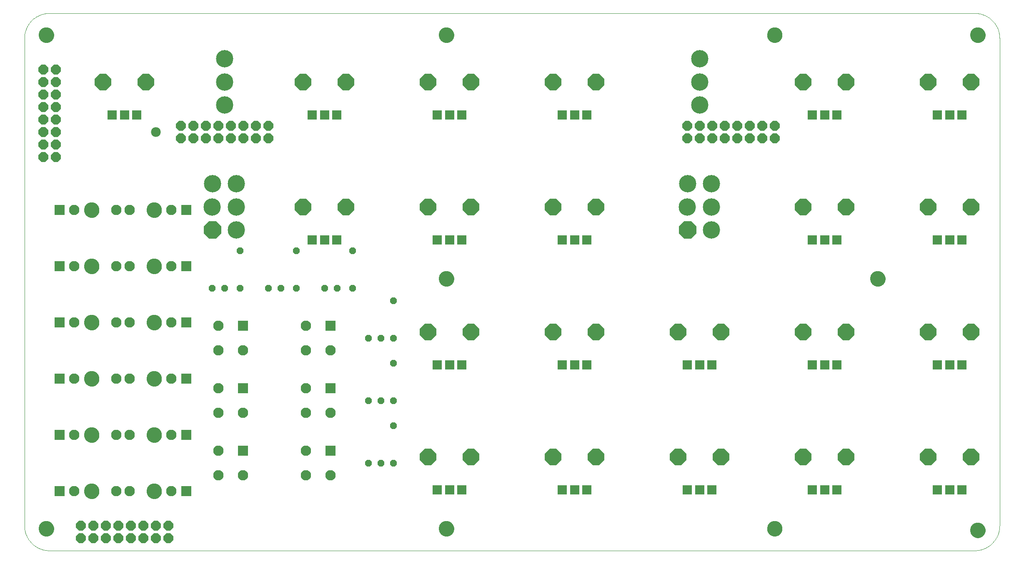
<source format=gbs>
G75*
%MOIN*%
%OFA0B0*%
%FSLAX25Y25*%
%IPPOS*%
%LPD*%
%AMOC8*
5,1,8,0,0,1.08239X$1,22.5*
%
%ADD10C,0.00001*%
%ADD11C,0.00000*%
%ADD12OC8,0.05600*%
%ADD13R,0.07800X0.07800*%
%ADD14OC8,0.13061*%
%ADD15OC8,0.13849*%
%ADD16C,0.13849*%
%ADD17C,0.12211*%
%ADD18OC8,0.07800*%
%ADD19C,0.07800*%
%ADD20C,0.08274*%
%ADD21R,0.08274X0.08274*%
D10*
X0002667Y0411800D02*
X0002673Y0412291D01*
X0002691Y0412782D01*
X0002721Y0413272D01*
X0002763Y0413761D01*
X0002817Y0414249D01*
X0002884Y0414735D01*
X0002961Y0415220D01*
X0003051Y0415702D01*
X0003153Y0416182D01*
X0003266Y0416660D01*
X0003392Y0417135D01*
X0003528Y0417606D01*
X0003677Y0418074D01*
X0003836Y0418538D01*
X0004007Y0418998D01*
X0004189Y0419454D01*
X0004383Y0419905D01*
X0004587Y0420351D01*
X0004803Y0420792D01*
X0005029Y0421228D01*
X0005265Y0421658D01*
X0005512Y0422082D01*
X0005770Y0422500D01*
X0006038Y0422911D01*
X0006315Y0423316D01*
X0006603Y0423714D01*
X0006900Y0424105D01*
X0007207Y0424488D01*
X0007523Y0424863D01*
X0007848Y0425231D01*
X0008182Y0425591D01*
X0008525Y0425942D01*
X0008876Y0426285D01*
X0009236Y0426619D01*
X0009604Y0426944D01*
X0009979Y0427260D01*
X0010362Y0427567D01*
X0010753Y0427864D01*
X0011151Y0428152D01*
X0011556Y0428429D01*
X0011967Y0428697D01*
X0012385Y0428955D01*
X0012809Y0429202D01*
X0013239Y0429438D01*
X0013675Y0429664D01*
X0014116Y0429880D01*
X0014562Y0430084D01*
X0015013Y0430278D01*
X0015469Y0430460D01*
X0015929Y0430631D01*
X0016393Y0430790D01*
X0016861Y0430939D01*
X0017332Y0431075D01*
X0017807Y0431201D01*
X0018285Y0431314D01*
X0018765Y0431416D01*
X0019247Y0431506D01*
X0019732Y0431583D01*
X0020218Y0431650D01*
X0020706Y0431704D01*
X0021195Y0431746D01*
X0021685Y0431776D01*
X0022176Y0431794D01*
X0022667Y0431800D01*
D11*
X0022667Y0001800D02*
X0762667Y0001800D01*
X0759261Y0018050D02*
X0759263Y0018203D01*
X0759269Y0018357D01*
X0759279Y0018510D01*
X0759293Y0018662D01*
X0759311Y0018815D01*
X0759333Y0018966D01*
X0759358Y0019117D01*
X0759388Y0019268D01*
X0759422Y0019418D01*
X0759459Y0019566D01*
X0759500Y0019714D01*
X0759545Y0019860D01*
X0759594Y0020006D01*
X0759647Y0020150D01*
X0759703Y0020292D01*
X0759763Y0020433D01*
X0759827Y0020573D01*
X0759894Y0020711D01*
X0759965Y0020847D01*
X0760040Y0020981D01*
X0760117Y0021113D01*
X0760199Y0021243D01*
X0760283Y0021371D01*
X0760371Y0021497D01*
X0760462Y0021620D01*
X0760556Y0021741D01*
X0760654Y0021859D01*
X0760754Y0021975D01*
X0760858Y0022088D01*
X0760964Y0022199D01*
X0761073Y0022307D01*
X0761185Y0022412D01*
X0761299Y0022513D01*
X0761417Y0022612D01*
X0761536Y0022708D01*
X0761658Y0022801D01*
X0761783Y0022890D01*
X0761910Y0022977D01*
X0762039Y0023059D01*
X0762170Y0023139D01*
X0762303Y0023215D01*
X0762438Y0023288D01*
X0762575Y0023357D01*
X0762714Y0023422D01*
X0762854Y0023484D01*
X0762996Y0023542D01*
X0763139Y0023597D01*
X0763284Y0023648D01*
X0763430Y0023695D01*
X0763577Y0023738D01*
X0763725Y0023777D01*
X0763874Y0023813D01*
X0764024Y0023844D01*
X0764175Y0023872D01*
X0764326Y0023896D01*
X0764479Y0023916D01*
X0764631Y0023932D01*
X0764784Y0023944D01*
X0764937Y0023952D01*
X0765090Y0023956D01*
X0765244Y0023956D01*
X0765397Y0023952D01*
X0765550Y0023944D01*
X0765703Y0023932D01*
X0765855Y0023916D01*
X0766008Y0023896D01*
X0766159Y0023872D01*
X0766310Y0023844D01*
X0766460Y0023813D01*
X0766609Y0023777D01*
X0766757Y0023738D01*
X0766904Y0023695D01*
X0767050Y0023648D01*
X0767195Y0023597D01*
X0767338Y0023542D01*
X0767480Y0023484D01*
X0767620Y0023422D01*
X0767759Y0023357D01*
X0767896Y0023288D01*
X0768031Y0023215D01*
X0768164Y0023139D01*
X0768295Y0023059D01*
X0768424Y0022977D01*
X0768551Y0022890D01*
X0768676Y0022801D01*
X0768798Y0022708D01*
X0768917Y0022612D01*
X0769035Y0022513D01*
X0769149Y0022412D01*
X0769261Y0022307D01*
X0769370Y0022199D01*
X0769476Y0022088D01*
X0769580Y0021975D01*
X0769680Y0021859D01*
X0769778Y0021741D01*
X0769872Y0021620D01*
X0769963Y0021497D01*
X0770051Y0021371D01*
X0770135Y0021243D01*
X0770217Y0021113D01*
X0770294Y0020981D01*
X0770369Y0020847D01*
X0770440Y0020711D01*
X0770507Y0020573D01*
X0770571Y0020433D01*
X0770631Y0020292D01*
X0770687Y0020150D01*
X0770740Y0020006D01*
X0770789Y0019860D01*
X0770834Y0019714D01*
X0770875Y0019566D01*
X0770912Y0019418D01*
X0770946Y0019268D01*
X0770976Y0019117D01*
X0771001Y0018966D01*
X0771023Y0018815D01*
X0771041Y0018662D01*
X0771055Y0018510D01*
X0771065Y0018357D01*
X0771071Y0018203D01*
X0771073Y0018050D01*
X0771071Y0017897D01*
X0771065Y0017743D01*
X0771055Y0017590D01*
X0771041Y0017438D01*
X0771023Y0017285D01*
X0771001Y0017134D01*
X0770976Y0016983D01*
X0770946Y0016832D01*
X0770912Y0016682D01*
X0770875Y0016534D01*
X0770834Y0016386D01*
X0770789Y0016240D01*
X0770740Y0016094D01*
X0770687Y0015950D01*
X0770631Y0015808D01*
X0770571Y0015667D01*
X0770507Y0015527D01*
X0770440Y0015389D01*
X0770369Y0015253D01*
X0770294Y0015119D01*
X0770217Y0014987D01*
X0770135Y0014857D01*
X0770051Y0014729D01*
X0769963Y0014603D01*
X0769872Y0014480D01*
X0769778Y0014359D01*
X0769680Y0014241D01*
X0769580Y0014125D01*
X0769476Y0014012D01*
X0769370Y0013901D01*
X0769261Y0013793D01*
X0769149Y0013688D01*
X0769035Y0013587D01*
X0768917Y0013488D01*
X0768798Y0013392D01*
X0768676Y0013299D01*
X0768551Y0013210D01*
X0768424Y0013123D01*
X0768295Y0013041D01*
X0768164Y0012961D01*
X0768031Y0012885D01*
X0767896Y0012812D01*
X0767759Y0012743D01*
X0767620Y0012678D01*
X0767480Y0012616D01*
X0767338Y0012558D01*
X0767195Y0012503D01*
X0767050Y0012452D01*
X0766904Y0012405D01*
X0766757Y0012362D01*
X0766609Y0012323D01*
X0766460Y0012287D01*
X0766310Y0012256D01*
X0766159Y0012228D01*
X0766008Y0012204D01*
X0765855Y0012184D01*
X0765703Y0012168D01*
X0765550Y0012156D01*
X0765397Y0012148D01*
X0765244Y0012144D01*
X0765090Y0012144D01*
X0764937Y0012148D01*
X0764784Y0012156D01*
X0764631Y0012168D01*
X0764479Y0012184D01*
X0764326Y0012204D01*
X0764175Y0012228D01*
X0764024Y0012256D01*
X0763874Y0012287D01*
X0763725Y0012323D01*
X0763577Y0012362D01*
X0763430Y0012405D01*
X0763284Y0012452D01*
X0763139Y0012503D01*
X0762996Y0012558D01*
X0762854Y0012616D01*
X0762714Y0012678D01*
X0762575Y0012743D01*
X0762438Y0012812D01*
X0762303Y0012885D01*
X0762170Y0012961D01*
X0762039Y0013041D01*
X0761910Y0013123D01*
X0761783Y0013210D01*
X0761658Y0013299D01*
X0761536Y0013392D01*
X0761417Y0013488D01*
X0761299Y0013587D01*
X0761185Y0013688D01*
X0761073Y0013793D01*
X0760964Y0013901D01*
X0760858Y0014012D01*
X0760754Y0014125D01*
X0760654Y0014241D01*
X0760556Y0014359D01*
X0760462Y0014480D01*
X0760371Y0014603D01*
X0760283Y0014729D01*
X0760199Y0014857D01*
X0760117Y0014987D01*
X0760040Y0015119D01*
X0759965Y0015253D01*
X0759894Y0015389D01*
X0759827Y0015527D01*
X0759763Y0015667D01*
X0759703Y0015808D01*
X0759647Y0015950D01*
X0759594Y0016094D01*
X0759545Y0016240D01*
X0759500Y0016386D01*
X0759459Y0016534D01*
X0759422Y0016682D01*
X0759388Y0016832D01*
X0759358Y0016983D01*
X0759333Y0017134D01*
X0759311Y0017285D01*
X0759293Y0017438D01*
X0759279Y0017590D01*
X0759269Y0017743D01*
X0759263Y0017897D01*
X0759261Y0018050D01*
X0762667Y0001800D02*
X0763150Y0001806D01*
X0763633Y0001823D01*
X0764116Y0001853D01*
X0764597Y0001893D01*
X0765078Y0001946D01*
X0765557Y0002010D01*
X0766034Y0002085D01*
X0766510Y0002173D01*
X0766983Y0002271D01*
X0767453Y0002381D01*
X0767921Y0002502D01*
X0768386Y0002635D01*
X0768847Y0002779D01*
X0769305Y0002934D01*
X0769759Y0003100D01*
X0770209Y0003277D01*
X0770654Y0003464D01*
X0771095Y0003663D01*
X0771531Y0003871D01*
X0771961Y0004091D01*
X0772387Y0004321D01*
X0772806Y0004561D01*
X0773220Y0004811D01*
X0773627Y0005071D01*
X0774028Y0005340D01*
X0774423Y0005620D01*
X0774810Y0005908D01*
X0775191Y0006207D01*
X0775564Y0006514D01*
X0775929Y0006830D01*
X0776287Y0007155D01*
X0776637Y0007488D01*
X0776979Y0007830D01*
X0777312Y0008180D01*
X0777637Y0008538D01*
X0777953Y0008903D01*
X0778260Y0009276D01*
X0778559Y0009657D01*
X0778847Y0010044D01*
X0779127Y0010439D01*
X0779396Y0010840D01*
X0779656Y0011247D01*
X0779906Y0011661D01*
X0780146Y0012080D01*
X0780376Y0012506D01*
X0780596Y0012936D01*
X0780804Y0013372D01*
X0781003Y0013813D01*
X0781190Y0014258D01*
X0781367Y0014708D01*
X0781533Y0015162D01*
X0781688Y0015620D01*
X0781832Y0016081D01*
X0781965Y0016546D01*
X0782086Y0017014D01*
X0782196Y0017484D01*
X0782294Y0017957D01*
X0782382Y0018433D01*
X0782457Y0018910D01*
X0782521Y0019389D01*
X0782574Y0019870D01*
X0782614Y0020351D01*
X0782644Y0020834D01*
X0782661Y0021317D01*
X0782667Y0021800D01*
X0782667Y0411800D01*
X0759261Y0414300D02*
X0759263Y0414453D01*
X0759269Y0414607D01*
X0759279Y0414760D01*
X0759293Y0414912D01*
X0759311Y0415065D01*
X0759333Y0415216D01*
X0759358Y0415367D01*
X0759388Y0415518D01*
X0759422Y0415668D01*
X0759459Y0415816D01*
X0759500Y0415964D01*
X0759545Y0416110D01*
X0759594Y0416256D01*
X0759647Y0416400D01*
X0759703Y0416542D01*
X0759763Y0416683D01*
X0759827Y0416823D01*
X0759894Y0416961D01*
X0759965Y0417097D01*
X0760040Y0417231D01*
X0760117Y0417363D01*
X0760199Y0417493D01*
X0760283Y0417621D01*
X0760371Y0417747D01*
X0760462Y0417870D01*
X0760556Y0417991D01*
X0760654Y0418109D01*
X0760754Y0418225D01*
X0760858Y0418338D01*
X0760964Y0418449D01*
X0761073Y0418557D01*
X0761185Y0418662D01*
X0761299Y0418763D01*
X0761417Y0418862D01*
X0761536Y0418958D01*
X0761658Y0419051D01*
X0761783Y0419140D01*
X0761910Y0419227D01*
X0762039Y0419309D01*
X0762170Y0419389D01*
X0762303Y0419465D01*
X0762438Y0419538D01*
X0762575Y0419607D01*
X0762714Y0419672D01*
X0762854Y0419734D01*
X0762996Y0419792D01*
X0763139Y0419847D01*
X0763284Y0419898D01*
X0763430Y0419945D01*
X0763577Y0419988D01*
X0763725Y0420027D01*
X0763874Y0420063D01*
X0764024Y0420094D01*
X0764175Y0420122D01*
X0764326Y0420146D01*
X0764479Y0420166D01*
X0764631Y0420182D01*
X0764784Y0420194D01*
X0764937Y0420202D01*
X0765090Y0420206D01*
X0765244Y0420206D01*
X0765397Y0420202D01*
X0765550Y0420194D01*
X0765703Y0420182D01*
X0765855Y0420166D01*
X0766008Y0420146D01*
X0766159Y0420122D01*
X0766310Y0420094D01*
X0766460Y0420063D01*
X0766609Y0420027D01*
X0766757Y0419988D01*
X0766904Y0419945D01*
X0767050Y0419898D01*
X0767195Y0419847D01*
X0767338Y0419792D01*
X0767480Y0419734D01*
X0767620Y0419672D01*
X0767759Y0419607D01*
X0767896Y0419538D01*
X0768031Y0419465D01*
X0768164Y0419389D01*
X0768295Y0419309D01*
X0768424Y0419227D01*
X0768551Y0419140D01*
X0768676Y0419051D01*
X0768798Y0418958D01*
X0768917Y0418862D01*
X0769035Y0418763D01*
X0769149Y0418662D01*
X0769261Y0418557D01*
X0769370Y0418449D01*
X0769476Y0418338D01*
X0769580Y0418225D01*
X0769680Y0418109D01*
X0769778Y0417991D01*
X0769872Y0417870D01*
X0769963Y0417747D01*
X0770051Y0417621D01*
X0770135Y0417493D01*
X0770217Y0417363D01*
X0770294Y0417231D01*
X0770369Y0417097D01*
X0770440Y0416961D01*
X0770507Y0416823D01*
X0770571Y0416683D01*
X0770631Y0416542D01*
X0770687Y0416400D01*
X0770740Y0416256D01*
X0770789Y0416110D01*
X0770834Y0415964D01*
X0770875Y0415816D01*
X0770912Y0415668D01*
X0770946Y0415518D01*
X0770976Y0415367D01*
X0771001Y0415216D01*
X0771023Y0415065D01*
X0771041Y0414912D01*
X0771055Y0414760D01*
X0771065Y0414607D01*
X0771071Y0414453D01*
X0771073Y0414300D01*
X0771071Y0414147D01*
X0771065Y0413993D01*
X0771055Y0413840D01*
X0771041Y0413688D01*
X0771023Y0413535D01*
X0771001Y0413384D01*
X0770976Y0413233D01*
X0770946Y0413082D01*
X0770912Y0412932D01*
X0770875Y0412784D01*
X0770834Y0412636D01*
X0770789Y0412490D01*
X0770740Y0412344D01*
X0770687Y0412200D01*
X0770631Y0412058D01*
X0770571Y0411917D01*
X0770507Y0411777D01*
X0770440Y0411639D01*
X0770369Y0411503D01*
X0770294Y0411369D01*
X0770217Y0411237D01*
X0770135Y0411107D01*
X0770051Y0410979D01*
X0769963Y0410853D01*
X0769872Y0410730D01*
X0769778Y0410609D01*
X0769680Y0410491D01*
X0769580Y0410375D01*
X0769476Y0410262D01*
X0769370Y0410151D01*
X0769261Y0410043D01*
X0769149Y0409938D01*
X0769035Y0409837D01*
X0768917Y0409738D01*
X0768798Y0409642D01*
X0768676Y0409549D01*
X0768551Y0409460D01*
X0768424Y0409373D01*
X0768295Y0409291D01*
X0768164Y0409211D01*
X0768031Y0409135D01*
X0767896Y0409062D01*
X0767759Y0408993D01*
X0767620Y0408928D01*
X0767480Y0408866D01*
X0767338Y0408808D01*
X0767195Y0408753D01*
X0767050Y0408702D01*
X0766904Y0408655D01*
X0766757Y0408612D01*
X0766609Y0408573D01*
X0766460Y0408537D01*
X0766310Y0408506D01*
X0766159Y0408478D01*
X0766008Y0408454D01*
X0765855Y0408434D01*
X0765703Y0408418D01*
X0765550Y0408406D01*
X0765397Y0408398D01*
X0765244Y0408394D01*
X0765090Y0408394D01*
X0764937Y0408398D01*
X0764784Y0408406D01*
X0764631Y0408418D01*
X0764479Y0408434D01*
X0764326Y0408454D01*
X0764175Y0408478D01*
X0764024Y0408506D01*
X0763874Y0408537D01*
X0763725Y0408573D01*
X0763577Y0408612D01*
X0763430Y0408655D01*
X0763284Y0408702D01*
X0763139Y0408753D01*
X0762996Y0408808D01*
X0762854Y0408866D01*
X0762714Y0408928D01*
X0762575Y0408993D01*
X0762438Y0409062D01*
X0762303Y0409135D01*
X0762170Y0409211D01*
X0762039Y0409291D01*
X0761910Y0409373D01*
X0761783Y0409460D01*
X0761658Y0409549D01*
X0761536Y0409642D01*
X0761417Y0409738D01*
X0761299Y0409837D01*
X0761185Y0409938D01*
X0761073Y0410043D01*
X0760964Y0410151D01*
X0760858Y0410262D01*
X0760754Y0410375D01*
X0760654Y0410491D01*
X0760556Y0410609D01*
X0760462Y0410730D01*
X0760371Y0410853D01*
X0760283Y0410979D01*
X0760199Y0411107D01*
X0760117Y0411237D01*
X0760040Y0411369D01*
X0759965Y0411503D01*
X0759894Y0411639D01*
X0759827Y0411777D01*
X0759763Y0411917D01*
X0759703Y0412058D01*
X0759647Y0412200D01*
X0759594Y0412344D01*
X0759545Y0412490D01*
X0759500Y0412636D01*
X0759459Y0412784D01*
X0759422Y0412932D01*
X0759388Y0413082D01*
X0759358Y0413233D01*
X0759333Y0413384D01*
X0759311Y0413535D01*
X0759293Y0413688D01*
X0759279Y0413840D01*
X0759269Y0413993D01*
X0759263Y0414147D01*
X0759261Y0414300D01*
X0762667Y0431800D02*
X0763150Y0431794D01*
X0763633Y0431777D01*
X0764116Y0431747D01*
X0764597Y0431707D01*
X0765078Y0431654D01*
X0765557Y0431590D01*
X0766034Y0431515D01*
X0766510Y0431427D01*
X0766983Y0431329D01*
X0767453Y0431219D01*
X0767921Y0431098D01*
X0768386Y0430965D01*
X0768847Y0430821D01*
X0769305Y0430666D01*
X0769759Y0430500D01*
X0770209Y0430323D01*
X0770654Y0430136D01*
X0771095Y0429937D01*
X0771531Y0429729D01*
X0771961Y0429509D01*
X0772387Y0429279D01*
X0772806Y0429039D01*
X0773220Y0428789D01*
X0773627Y0428529D01*
X0774028Y0428260D01*
X0774423Y0427980D01*
X0774810Y0427692D01*
X0775191Y0427393D01*
X0775564Y0427086D01*
X0775929Y0426770D01*
X0776287Y0426445D01*
X0776637Y0426112D01*
X0776979Y0425770D01*
X0777312Y0425420D01*
X0777637Y0425062D01*
X0777953Y0424697D01*
X0778260Y0424324D01*
X0778559Y0423943D01*
X0778847Y0423556D01*
X0779127Y0423161D01*
X0779396Y0422760D01*
X0779656Y0422353D01*
X0779906Y0421939D01*
X0780146Y0421520D01*
X0780376Y0421094D01*
X0780596Y0420664D01*
X0780804Y0420228D01*
X0781003Y0419787D01*
X0781190Y0419342D01*
X0781367Y0418892D01*
X0781533Y0418438D01*
X0781688Y0417980D01*
X0781832Y0417519D01*
X0781965Y0417054D01*
X0782086Y0416586D01*
X0782196Y0416116D01*
X0782294Y0415643D01*
X0782382Y0415167D01*
X0782457Y0414690D01*
X0782521Y0414211D01*
X0782574Y0413730D01*
X0782614Y0413249D01*
X0782644Y0412766D01*
X0782661Y0412283D01*
X0782667Y0411800D01*
X0762667Y0431800D02*
X0022667Y0431800D01*
X0014261Y0414300D02*
X0014263Y0414453D01*
X0014269Y0414607D01*
X0014279Y0414760D01*
X0014293Y0414912D01*
X0014311Y0415065D01*
X0014333Y0415216D01*
X0014358Y0415367D01*
X0014388Y0415518D01*
X0014422Y0415668D01*
X0014459Y0415816D01*
X0014500Y0415964D01*
X0014545Y0416110D01*
X0014594Y0416256D01*
X0014647Y0416400D01*
X0014703Y0416542D01*
X0014763Y0416683D01*
X0014827Y0416823D01*
X0014894Y0416961D01*
X0014965Y0417097D01*
X0015040Y0417231D01*
X0015117Y0417363D01*
X0015199Y0417493D01*
X0015283Y0417621D01*
X0015371Y0417747D01*
X0015462Y0417870D01*
X0015556Y0417991D01*
X0015654Y0418109D01*
X0015754Y0418225D01*
X0015858Y0418338D01*
X0015964Y0418449D01*
X0016073Y0418557D01*
X0016185Y0418662D01*
X0016299Y0418763D01*
X0016417Y0418862D01*
X0016536Y0418958D01*
X0016658Y0419051D01*
X0016783Y0419140D01*
X0016910Y0419227D01*
X0017039Y0419309D01*
X0017170Y0419389D01*
X0017303Y0419465D01*
X0017438Y0419538D01*
X0017575Y0419607D01*
X0017714Y0419672D01*
X0017854Y0419734D01*
X0017996Y0419792D01*
X0018139Y0419847D01*
X0018284Y0419898D01*
X0018430Y0419945D01*
X0018577Y0419988D01*
X0018725Y0420027D01*
X0018874Y0420063D01*
X0019024Y0420094D01*
X0019175Y0420122D01*
X0019326Y0420146D01*
X0019479Y0420166D01*
X0019631Y0420182D01*
X0019784Y0420194D01*
X0019937Y0420202D01*
X0020090Y0420206D01*
X0020244Y0420206D01*
X0020397Y0420202D01*
X0020550Y0420194D01*
X0020703Y0420182D01*
X0020855Y0420166D01*
X0021008Y0420146D01*
X0021159Y0420122D01*
X0021310Y0420094D01*
X0021460Y0420063D01*
X0021609Y0420027D01*
X0021757Y0419988D01*
X0021904Y0419945D01*
X0022050Y0419898D01*
X0022195Y0419847D01*
X0022338Y0419792D01*
X0022480Y0419734D01*
X0022620Y0419672D01*
X0022759Y0419607D01*
X0022896Y0419538D01*
X0023031Y0419465D01*
X0023164Y0419389D01*
X0023295Y0419309D01*
X0023424Y0419227D01*
X0023551Y0419140D01*
X0023676Y0419051D01*
X0023798Y0418958D01*
X0023917Y0418862D01*
X0024035Y0418763D01*
X0024149Y0418662D01*
X0024261Y0418557D01*
X0024370Y0418449D01*
X0024476Y0418338D01*
X0024580Y0418225D01*
X0024680Y0418109D01*
X0024778Y0417991D01*
X0024872Y0417870D01*
X0024963Y0417747D01*
X0025051Y0417621D01*
X0025135Y0417493D01*
X0025217Y0417363D01*
X0025294Y0417231D01*
X0025369Y0417097D01*
X0025440Y0416961D01*
X0025507Y0416823D01*
X0025571Y0416683D01*
X0025631Y0416542D01*
X0025687Y0416400D01*
X0025740Y0416256D01*
X0025789Y0416110D01*
X0025834Y0415964D01*
X0025875Y0415816D01*
X0025912Y0415668D01*
X0025946Y0415518D01*
X0025976Y0415367D01*
X0026001Y0415216D01*
X0026023Y0415065D01*
X0026041Y0414912D01*
X0026055Y0414760D01*
X0026065Y0414607D01*
X0026071Y0414453D01*
X0026073Y0414300D01*
X0026071Y0414147D01*
X0026065Y0413993D01*
X0026055Y0413840D01*
X0026041Y0413688D01*
X0026023Y0413535D01*
X0026001Y0413384D01*
X0025976Y0413233D01*
X0025946Y0413082D01*
X0025912Y0412932D01*
X0025875Y0412784D01*
X0025834Y0412636D01*
X0025789Y0412490D01*
X0025740Y0412344D01*
X0025687Y0412200D01*
X0025631Y0412058D01*
X0025571Y0411917D01*
X0025507Y0411777D01*
X0025440Y0411639D01*
X0025369Y0411503D01*
X0025294Y0411369D01*
X0025217Y0411237D01*
X0025135Y0411107D01*
X0025051Y0410979D01*
X0024963Y0410853D01*
X0024872Y0410730D01*
X0024778Y0410609D01*
X0024680Y0410491D01*
X0024580Y0410375D01*
X0024476Y0410262D01*
X0024370Y0410151D01*
X0024261Y0410043D01*
X0024149Y0409938D01*
X0024035Y0409837D01*
X0023917Y0409738D01*
X0023798Y0409642D01*
X0023676Y0409549D01*
X0023551Y0409460D01*
X0023424Y0409373D01*
X0023295Y0409291D01*
X0023164Y0409211D01*
X0023031Y0409135D01*
X0022896Y0409062D01*
X0022759Y0408993D01*
X0022620Y0408928D01*
X0022480Y0408866D01*
X0022338Y0408808D01*
X0022195Y0408753D01*
X0022050Y0408702D01*
X0021904Y0408655D01*
X0021757Y0408612D01*
X0021609Y0408573D01*
X0021460Y0408537D01*
X0021310Y0408506D01*
X0021159Y0408478D01*
X0021008Y0408454D01*
X0020855Y0408434D01*
X0020703Y0408418D01*
X0020550Y0408406D01*
X0020397Y0408398D01*
X0020244Y0408394D01*
X0020090Y0408394D01*
X0019937Y0408398D01*
X0019784Y0408406D01*
X0019631Y0408418D01*
X0019479Y0408434D01*
X0019326Y0408454D01*
X0019175Y0408478D01*
X0019024Y0408506D01*
X0018874Y0408537D01*
X0018725Y0408573D01*
X0018577Y0408612D01*
X0018430Y0408655D01*
X0018284Y0408702D01*
X0018139Y0408753D01*
X0017996Y0408808D01*
X0017854Y0408866D01*
X0017714Y0408928D01*
X0017575Y0408993D01*
X0017438Y0409062D01*
X0017303Y0409135D01*
X0017170Y0409211D01*
X0017039Y0409291D01*
X0016910Y0409373D01*
X0016783Y0409460D01*
X0016658Y0409549D01*
X0016536Y0409642D01*
X0016417Y0409738D01*
X0016299Y0409837D01*
X0016185Y0409938D01*
X0016073Y0410043D01*
X0015964Y0410151D01*
X0015858Y0410262D01*
X0015754Y0410375D01*
X0015654Y0410491D01*
X0015556Y0410609D01*
X0015462Y0410730D01*
X0015371Y0410853D01*
X0015283Y0410979D01*
X0015199Y0411107D01*
X0015117Y0411237D01*
X0015040Y0411369D01*
X0014965Y0411503D01*
X0014894Y0411639D01*
X0014827Y0411777D01*
X0014763Y0411917D01*
X0014703Y0412058D01*
X0014647Y0412200D01*
X0014594Y0412344D01*
X0014545Y0412490D01*
X0014500Y0412636D01*
X0014459Y0412784D01*
X0014422Y0412932D01*
X0014388Y0413082D01*
X0014358Y0413233D01*
X0014333Y0413384D01*
X0014311Y0413535D01*
X0014293Y0413688D01*
X0014279Y0413840D01*
X0014269Y0413993D01*
X0014263Y0414147D01*
X0014261Y0414300D01*
X0002667Y0411800D02*
X0002667Y0021800D01*
X0014261Y0019300D02*
X0014263Y0019453D01*
X0014269Y0019607D01*
X0014279Y0019760D01*
X0014293Y0019912D01*
X0014311Y0020065D01*
X0014333Y0020216D01*
X0014358Y0020367D01*
X0014388Y0020518D01*
X0014422Y0020668D01*
X0014459Y0020816D01*
X0014500Y0020964D01*
X0014545Y0021110D01*
X0014594Y0021256D01*
X0014647Y0021400D01*
X0014703Y0021542D01*
X0014763Y0021683D01*
X0014827Y0021823D01*
X0014894Y0021961D01*
X0014965Y0022097D01*
X0015040Y0022231D01*
X0015117Y0022363D01*
X0015199Y0022493D01*
X0015283Y0022621D01*
X0015371Y0022747D01*
X0015462Y0022870D01*
X0015556Y0022991D01*
X0015654Y0023109D01*
X0015754Y0023225D01*
X0015858Y0023338D01*
X0015964Y0023449D01*
X0016073Y0023557D01*
X0016185Y0023662D01*
X0016299Y0023763D01*
X0016417Y0023862D01*
X0016536Y0023958D01*
X0016658Y0024051D01*
X0016783Y0024140D01*
X0016910Y0024227D01*
X0017039Y0024309D01*
X0017170Y0024389D01*
X0017303Y0024465D01*
X0017438Y0024538D01*
X0017575Y0024607D01*
X0017714Y0024672D01*
X0017854Y0024734D01*
X0017996Y0024792D01*
X0018139Y0024847D01*
X0018284Y0024898D01*
X0018430Y0024945D01*
X0018577Y0024988D01*
X0018725Y0025027D01*
X0018874Y0025063D01*
X0019024Y0025094D01*
X0019175Y0025122D01*
X0019326Y0025146D01*
X0019479Y0025166D01*
X0019631Y0025182D01*
X0019784Y0025194D01*
X0019937Y0025202D01*
X0020090Y0025206D01*
X0020244Y0025206D01*
X0020397Y0025202D01*
X0020550Y0025194D01*
X0020703Y0025182D01*
X0020855Y0025166D01*
X0021008Y0025146D01*
X0021159Y0025122D01*
X0021310Y0025094D01*
X0021460Y0025063D01*
X0021609Y0025027D01*
X0021757Y0024988D01*
X0021904Y0024945D01*
X0022050Y0024898D01*
X0022195Y0024847D01*
X0022338Y0024792D01*
X0022480Y0024734D01*
X0022620Y0024672D01*
X0022759Y0024607D01*
X0022896Y0024538D01*
X0023031Y0024465D01*
X0023164Y0024389D01*
X0023295Y0024309D01*
X0023424Y0024227D01*
X0023551Y0024140D01*
X0023676Y0024051D01*
X0023798Y0023958D01*
X0023917Y0023862D01*
X0024035Y0023763D01*
X0024149Y0023662D01*
X0024261Y0023557D01*
X0024370Y0023449D01*
X0024476Y0023338D01*
X0024580Y0023225D01*
X0024680Y0023109D01*
X0024778Y0022991D01*
X0024872Y0022870D01*
X0024963Y0022747D01*
X0025051Y0022621D01*
X0025135Y0022493D01*
X0025217Y0022363D01*
X0025294Y0022231D01*
X0025369Y0022097D01*
X0025440Y0021961D01*
X0025507Y0021823D01*
X0025571Y0021683D01*
X0025631Y0021542D01*
X0025687Y0021400D01*
X0025740Y0021256D01*
X0025789Y0021110D01*
X0025834Y0020964D01*
X0025875Y0020816D01*
X0025912Y0020668D01*
X0025946Y0020518D01*
X0025976Y0020367D01*
X0026001Y0020216D01*
X0026023Y0020065D01*
X0026041Y0019912D01*
X0026055Y0019760D01*
X0026065Y0019607D01*
X0026071Y0019453D01*
X0026073Y0019300D01*
X0026071Y0019147D01*
X0026065Y0018993D01*
X0026055Y0018840D01*
X0026041Y0018688D01*
X0026023Y0018535D01*
X0026001Y0018384D01*
X0025976Y0018233D01*
X0025946Y0018082D01*
X0025912Y0017932D01*
X0025875Y0017784D01*
X0025834Y0017636D01*
X0025789Y0017490D01*
X0025740Y0017344D01*
X0025687Y0017200D01*
X0025631Y0017058D01*
X0025571Y0016917D01*
X0025507Y0016777D01*
X0025440Y0016639D01*
X0025369Y0016503D01*
X0025294Y0016369D01*
X0025217Y0016237D01*
X0025135Y0016107D01*
X0025051Y0015979D01*
X0024963Y0015853D01*
X0024872Y0015730D01*
X0024778Y0015609D01*
X0024680Y0015491D01*
X0024580Y0015375D01*
X0024476Y0015262D01*
X0024370Y0015151D01*
X0024261Y0015043D01*
X0024149Y0014938D01*
X0024035Y0014837D01*
X0023917Y0014738D01*
X0023798Y0014642D01*
X0023676Y0014549D01*
X0023551Y0014460D01*
X0023424Y0014373D01*
X0023295Y0014291D01*
X0023164Y0014211D01*
X0023031Y0014135D01*
X0022896Y0014062D01*
X0022759Y0013993D01*
X0022620Y0013928D01*
X0022480Y0013866D01*
X0022338Y0013808D01*
X0022195Y0013753D01*
X0022050Y0013702D01*
X0021904Y0013655D01*
X0021757Y0013612D01*
X0021609Y0013573D01*
X0021460Y0013537D01*
X0021310Y0013506D01*
X0021159Y0013478D01*
X0021008Y0013454D01*
X0020855Y0013434D01*
X0020703Y0013418D01*
X0020550Y0013406D01*
X0020397Y0013398D01*
X0020244Y0013394D01*
X0020090Y0013394D01*
X0019937Y0013398D01*
X0019784Y0013406D01*
X0019631Y0013418D01*
X0019479Y0013434D01*
X0019326Y0013454D01*
X0019175Y0013478D01*
X0019024Y0013506D01*
X0018874Y0013537D01*
X0018725Y0013573D01*
X0018577Y0013612D01*
X0018430Y0013655D01*
X0018284Y0013702D01*
X0018139Y0013753D01*
X0017996Y0013808D01*
X0017854Y0013866D01*
X0017714Y0013928D01*
X0017575Y0013993D01*
X0017438Y0014062D01*
X0017303Y0014135D01*
X0017170Y0014211D01*
X0017039Y0014291D01*
X0016910Y0014373D01*
X0016783Y0014460D01*
X0016658Y0014549D01*
X0016536Y0014642D01*
X0016417Y0014738D01*
X0016299Y0014837D01*
X0016185Y0014938D01*
X0016073Y0015043D01*
X0015964Y0015151D01*
X0015858Y0015262D01*
X0015754Y0015375D01*
X0015654Y0015491D01*
X0015556Y0015609D01*
X0015462Y0015730D01*
X0015371Y0015853D01*
X0015283Y0015979D01*
X0015199Y0016107D01*
X0015117Y0016237D01*
X0015040Y0016369D01*
X0014965Y0016503D01*
X0014894Y0016639D01*
X0014827Y0016777D01*
X0014763Y0016917D01*
X0014703Y0017058D01*
X0014647Y0017200D01*
X0014594Y0017344D01*
X0014545Y0017490D01*
X0014500Y0017636D01*
X0014459Y0017784D01*
X0014422Y0017932D01*
X0014388Y0018082D01*
X0014358Y0018233D01*
X0014333Y0018384D01*
X0014311Y0018535D01*
X0014293Y0018688D01*
X0014279Y0018840D01*
X0014269Y0018993D01*
X0014263Y0019147D01*
X0014261Y0019300D01*
X0002667Y0021800D02*
X0002673Y0021317D01*
X0002690Y0020834D01*
X0002720Y0020351D01*
X0002760Y0019870D01*
X0002813Y0019389D01*
X0002877Y0018910D01*
X0002952Y0018433D01*
X0003040Y0017957D01*
X0003138Y0017484D01*
X0003248Y0017014D01*
X0003369Y0016546D01*
X0003502Y0016081D01*
X0003646Y0015620D01*
X0003801Y0015162D01*
X0003967Y0014708D01*
X0004144Y0014258D01*
X0004331Y0013813D01*
X0004530Y0013372D01*
X0004738Y0012936D01*
X0004958Y0012506D01*
X0005188Y0012080D01*
X0005428Y0011661D01*
X0005678Y0011247D01*
X0005938Y0010840D01*
X0006207Y0010439D01*
X0006487Y0010044D01*
X0006775Y0009657D01*
X0007074Y0009276D01*
X0007381Y0008903D01*
X0007697Y0008538D01*
X0008022Y0008180D01*
X0008355Y0007830D01*
X0008697Y0007488D01*
X0009047Y0007155D01*
X0009405Y0006830D01*
X0009770Y0006514D01*
X0010143Y0006207D01*
X0010524Y0005908D01*
X0010911Y0005620D01*
X0011306Y0005340D01*
X0011707Y0005071D01*
X0012114Y0004811D01*
X0012528Y0004561D01*
X0012947Y0004321D01*
X0013373Y0004091D01*
X0013803Y0003871D01*
X0014239Y0003663D01*
X0014680Y0003464D01*
X0015125Y0003277D01*
X0015575Y0003100D01*
X0016029Y0002934D01*
X0016487Y0002779D01*
X0016948Y0002635D01*
X0017413Y0002502D01*
X0017881Y0002381D01*
X0018351Y0002271D01*
X0018824Y0002173D01*
X0019300Y0002085D01*
X0019777Y0002010D01*
X0020256Y0001946D01*
X0020737Y0001893D01*
X0021218Y0001853D01*
X0021701Y0001823D01*
X0022184Y0001806D01*
X0022667Y0001800D01*
X0050511Y0049300D02*
X0050513Y0049453D01*
X0050519Y0049607D01*
X0050529Y0049760D01*
X0050543Y0049912D01*
X0050561Y0050065D01*
X0050583Y0050216D01*
X0050608Y0050367D01*
X0050638Y0050518D01*
X0050672Y0050668D01*
X0050709Y0050816D01*
X0050750Y0050964D01*
X0050795Y0051110D01*
X0050844Y0051256D01*
X0050897Y0051400D01*
X0050953Y0051542D01*
X0051013Y0051683D01*
X0051077Y0051823D01*
X0051144Y0051961D01*
X0051215Y0052097D01*
X0051290Y0052231D01*
X0051367Y0052363D01*
X0051449Y0052493D01*
X0051533Y0052621D01*
X0051621Y0052747D01*
X0051712Y0052870D01*
X0051806Y0052991D01*
X0051904Y0053109D01*
X0052004Y0053225D01*
X0052108Y0053338D01*
X0052214Y0053449D01*
X0052323Y0053557D01*
X0052435Y0053662D01*
X0052549Y0053763D01*
X0052667Y0053862D01*
X0052786Y0053958D01*
X0052908Y0054051D01*
X0053033Y0054140D01*
X0053160Y0054227D01*
X0053289Y0054309D01*
X0053420Y0054389D01*
X0053553Y0054465D01*
X0053688Y0054538D01*
X0053825Y0054607D01*
X0053964Y0054672D01*
X0054104Y0054734D01*
X0054246Y0054792D01*
X0054389Y0054847D01*
X0054534Y0054898D01*
X0054680Y0054945D01*
X0054827Y0054988D01*
X0054975Y0055027D01*
X0055124Y0055063D01*
X0055274Y0055094D01*
X0055425Y0055122D01*
X0055576Y0055146D01*
X0055729Y0055166D01*
X0055881Y0055182D01*
X0056034Y0055194D01*
X0056187Y0055202D01*
X0056340Y0055206D01*
X0056494Y0055206D01*
X0056647Y0055202D01*
X0056800Y0055194D01*
X0056953Y0055182D01*
X0057105Y0055166D01*
X0057258Y0055146D01*
X0057409Y0055122D01*
X0057560Y0055094D01*
X0057710Y0055063D01*
X0057859Y0055027D01*
X0058007Y0054988D01*
X0058154Y0054945D01*
X0058300Y0054898D01*
X0058445Y0054847D01*
X0058588Y0054792D01*
X0058730Y0054734D01*
X0058870Y0054672D01*
X0059009Y0054607D01*
X0059146Y0054538D01*
X0059281Y0054465D01*
X0059414Y0054389D01*
X0059545Y0054309D01*
X0059674Y0054227D01*
X0059801Y0054140D01*
X0059926Y0054051D01*
X0060048Y0053958D01*
X0060167Y0053862D01*
X0060285Y0053763D01*
X0060399Y0053662D01*
X0060511Y0053557D01*
X0060620Y0053449D01*
X0060726Y0053338D01*
X0060830Y0053225D01*
X0060930Y0053109D01*
X0061028Y0052991D01*
X0061122Y0052870D01*
X0061213Y0052747D01*
X0061301Y0052621D01*
X0061385Y0052493D01*
X0061467Y0052363D01*
X0061544Y0052231D01*
X0061619Y0052097D01*
X0061690Y0051961D01*
X0061757Y0051823D01*
X0061821Y0051683D01*
X0061881Y0051542D01*
X0061937Y0051400D01*
X0061990Y0051256D01*
X0062039Y0051110D01*
X0062084Y0050964D01*
X0062125Y0050816D01*
X0062162Y0050668D01*
X0062196Y0050518D01*
X0062226Y0050367D01*
X0062251Y0050216D01*
X0062273Y0050065D01*
X0062291Y0049912D01*
X0062305Y0049760D01*
X0062315Y0049607D01*
X0062321Y0049453D01*
X0062323Y0049300D01*
X0062321Y0049147D01*
X0062315Y0048993D01*
X0062305Y0048840D01*
X0062291Y0048688D01*
X0062273Y0048535D01*
X0062251Y0048384D01*
X0062226Y0048233D01*
X0062196Y0048082D01*
X0062162Y0047932D01*
X0062125Y0047784D01*
X0062084Y0047636D01*
X0062039Y0047490D01*
X0061990Y0047344D01*
X0061937Y0047200D01*
X0061881Y0047058D01*
X0061821Y0046917D01*
X0061757Y0046777D01*
X0061690Y0046639D01*
X0061619Y0046503D01*
X0061544Y0046369D01*
X0061467Y0046237D01*
X0061385Y0046107D01*
X0061301Y0045979D01*
X0061213Y0045853D01*
X0061122Y0045730D01*
X0061028Y0045609D01*
X0060930Y0045491D01*
X0060830Y0045375D01*
X0060726Y0045262D01*
X0060620Y0045151D01*
X0060511Y0045043D01*
X0060399Y0044938D01*
X0060285Y0044837D01*
X0060167Y0044738D01*
X0060048Y0044642D01*
X0059926Y0044549D01*
X0059801Y0044460D01*
X0059674Y0044373D01*
X0059545Y0044291D01*
X0059414Y0044211D01*
X0059281Y0044135D01*
X0059146Y0044062D01*
X0059009Y0043993D01*
X0058870Y0043928D01*
X0058730Y0043866D01*
X0058588Y0043808D01*
X0058445Y0043753D01*
X0058300Y0043702D01*
X0058154Y0043655D01*
X0058007Y0043612D01*
X0057859Y0043573D01*
X0057710Y0043537D01*
X0057560Y0043506D01*
X0057409Y0043478D01*
X0057258Y0043454D01*
X0057105Y0043434D01*
X0056953Y0043418D01*
X0056800Y0043406D01*
X0056647Y0043398D01*
X0056494Y0043394D01*
X0056340Y0043394D01*
X0056187Y0043398D01*
X0056034Y0043406D01*
X0055881Y0043418D01*
X0055729Y0043434D01*
X0055576Y0043454D01*
X0055425Y0043478D01*
X0055274Y0043506D01*
X0055124Y0043537D01*
X0054975Y0043573D01*
X0054827Y0043612D01*
X0054680Y0043655D01*
X0054534Y0043702D01*
X0054389Y0043753D01*
X0054246Y0043808D01*
X0054104Y0043866D01*
X0053964Y0043928D01*
X0053825Y0043993D01*
X0053688Y0044062D01*
X0053553Y0044135D01*
X0053420Y0044211D01*
X0053289Y0044291D01*
X0053160Y0044373D01*
X0053033Y0044460D01*
X0052908Y0044549D01*
X0052786Y0044642D01*
X0052667Y0044738D01*
X0052549Y0044837D01*
X0052435Y0044938D01*
X0052323Y0045043D01*
X0052214Y0045151D01*
X0052108Y0045262D01*
X0052004Y0045375D01*
X0051904Y0045491D01*
X0051806Y0045609D01*
X0051712Y0045730D01*
X0051621Y0045853D01*
X0051533Y0045979D01*
X0051449Y0046107D01*
X0051367Y0046237D01*
X0051290Y0046369D01*
X0051215Y0046503D01*
X0051144Y0046639D01*
X0051077Y0046777D01*
X0051013Y0046917D01*
X0050953Y0047058D01*
X0050897Y0047200D01*
X0050844Y0047344D01*
X0050795Y0047490D01*
X0050750Y0047636D01*
X0050709Y0047784D01*
X0050672Y0047932D01*
X0050638Y0048082D01*
X0050608Y0048233D01*
X0050583Y0048384D01*
X0050561Y0048535D01*
X0050543Y0048688D01*
X0050529Y0048840D01*
X0050519Y0048993D01*
X0050513Y0049147D01*
X0050511Y0049300D01*
X0100511Y0049300D02*
X0100513Y0049453D01*
X0100519Y0049607D01*
X0100529Y0049760D01*
X0100543Y0049912D01*
X0100561Y0050065D01*
X0100583Y0050216D01*
X0100608Y0050367D01*
X0100638Y0050518D01*
X0100672Y0050668D01*
X0100709Y0050816D01*
X0100750Y0050964D01*
X0100795Y0051110D01*
X0100844Y0051256D01*
X0100897Y0051400D01*
X0100953Y0051542D01*
X0101013Y0051683D01*
X0101077Y0051823D01*
X0101144Y0051961D01*
X0101215Y0052097D01*
X0101290Y0052231D01*
X0101367Y0052363D01*
X0101449Y0052493D01*
X0101533Y0052621D01*
X0101621Y0052747D01*
X0101712Y0052870D01*
X0101806Y0052991D01*
X0101904Y0053109D01*
X0102004Y0053225D01*
X0102108Y0053338D01*
X0102214Y0053449D01*
X0102323Y0053557D01*
X0102435Y0053662D01*
X0102549Y0053763D01*
X0102667Y0053862D01*
X0102786Y0053958D01*
X0102908Y0054051D01*
X0103033Y0054140D01*
X0103160Y0054227D01*
X0103289Y0054309D01*
X0103420Y0054389D01*
X0103553Y0054465D01*
X0103688Y0054538D01*
X0103825Y0054607D01*
X0103964Y0054672D01*
X0104104Y0054734D01*
X0104246Y0054792D01*
X0104389Y0054847D01*
X0104534Y0054898D01*
X0104680Y0054945D01*
X0104827Y0054988D01*
X0104975Y0055027D01*
X0105124Y0055063D01*
X0105274Y0055094D01*
X0105425Y0055122D01*
X0105576Y0055146D01*
X0105729Y0055166D01*
X0105881Y0055182D01*
X0106034Y0055194D01*
X0106187Y0055202D01*
X0106340Y0055206D01*
X0106494Y0055206D01*
X0106647Y0055202D01*
X0106800Y0055194D01*
X0106953Y0055182D01*
X0107105Y0055166D01*
X0107258Y0055146D01*
X0107409Y0055122D01*
X0107560Y0055094D01*
X0107710Y0055063D01*
X0107859Y0055027D01*
X0108007Y0054988D01*
X0108154Y0054945D01*
X0108300Y0054898D01*
X0108445Y0054847D01*
X0108588Y0054792D01*
X0108730Y0054734D01*
X0108870Y0054672D01*
X0109009Y0054607D01*
X0109146Y0054538D01*
X0109281Y0054465D01*
X0109414Y0054389D01*
X0109545Y0054309D01*
X0109674Y0054227D01*
X0109801Y0054140D01*
X0109926Y0054051D01*
X0110048Y0053958D01*
X0110167Y0053862D01*
X0110285Y0053763D01*
X0110399Y0053662D01*
X0110511Y0053557D01*
X0110620Y0053449D01*
X0110726Y0053338D01*
X0110830Y0053225D01*
X0110930Y0053109D01*
X0111028Y0052991D01*
X0111122Y0052870D01*
X0111213Y0052747D01*
X0111301Y0052621D01*
X0111385Y0052493D01*
X0111467Y0052363D01*
X0111544Y0052231D01*
X0111619Y0052097D01*
X0111690Y0051961D01*
X0111757Y0051823D01*
X0111821Y0051683D01*
X0111881Y0051542D01*
X0111937Y0051400D01*
X0111990Y0051256D01*
X0112039Y0051110D01*
X0112084Y0050964D01*
X0112125Y0050816D01*
X0112162Y0050668D01*
X0112196Y0050518D01*
X0112226Y0050367D01*
X0112251Y0050216D01*
X0112273Y0050065D01*
X0112291Y0049912D01*
X0112305Y0049760D01*
X0112315Y0049607D01*
X0112321Y0049453D01*
X0112323Y0049300D01*
X0112321Y0049147D01*
X0112315Y0048993D01*
X0112305Y0048840D01*
X0112291Y0048688D01*
X0112273Y0048535D01*
X0112251Y0048384D01*
X0112226Y0048233D01*
X0112196Y0048082D01*
X0112162Y0047932D01*
X0112125Y0047784D01*
X0112084Y0047636D01*
X0112039Y0047490D01*
X0111990Y0047344D01*
X0111937Y0047200D01*
X0111881Y0047058D01*
X0111821Y0046917D01*
X0111757Y0046777D01*
X0111690Y0046639D01*
X0111619Y0046503D01*
X0111544Y0046369D01*
X0111467Y0046237D01*
X0111385Y0046107D01*
X0111301Y0045979D01*
X0111213Y0045853D01*
X0111122Y0045730D01*
X0111028Y0045609D01*
X0110930Y0045491D01*
X0110830Y0045375D01*
X0110726Y0045262D01*
X0110620Y0045151D01*
X0110511Y0045043D01*
X0110399Y0044938D01*
X0110285Y0044837D01*
X0110167Y0044738D01*
X0110048Y0044642D01*
X0109926Y0044549D01*
X0109801Y0044460D01*
X0109674Y0044373D01*
X0109545Y0044291D01*
X0109414Y0044211D01*
X0109281Y0044135D01*
X0109146Y0044062D01*
X0109009Y0043993D01*
X0108870Y0043928D01*
X0108730Y0043866D01*
X0108588Y0043808D01*
X0108445Y0043753D01*
X0108300Y0043702D01*
X0108154Y0043655D01*
X0108007Y0043612D01*
X0107859Y0043573D01*
X0107710Y0043537D01*
X0107560Y0043506D01*
X0107409Y0043478D01*
X0107258Y0043454D01*
X0107105Y0043434D01*
X0106953Y0043418D01*
X0106800Y0043406D01*
X0106647Y0043398D01*
X0106494Y0043394D01*
X0106340Y0043394D01*
X0106187Y0043398D01*
X0106034Y0043406D01*
X0105881Y0043418D01*
X0105729Y0043434D01*
X0105576Y0043454D01*
X0105425Y0043478D01*
X0105274Y0043506D01*
X0105124Y0043537D01*
X0104975Y0043573D01*
X0104827Y0043612D01*
X0104680Y0043655D01*
X0104534Y0043702D01*
X0104389Y0043753D01*
X0104246Y0043808D01*
X0104104Y0043866D01*
X0103964Y0043928D01*
X0103825Y0043993D01*
X0103688Y0044062D01*
X0103553Y0044135D01*
X0103420Y0044211D01*
X0103289Y0044291D01*
X0103160Y0044373D01*
X0103033Y0044460D01*
X0102908Y0044549D01*
X0102786Y0044642D01*
X0102667Y0044738D01*
X0102549Y0044837D01*
X0102435Y0044938D01*
X0102323Y0045043D01*
X0102214Y0045151D01*
X0102108Y0045262D01*
X0102004Y0045375D01*
X0101904Y0045491D01*
X0101806Y0045609D01*
X0101712Y0045730D01*
X0101621Y0045853D01*
X0101533Y0045979D01*
X0101449Y0046107D01*
X0101367Y0046237D01*
X0101290Y0046369D01*
X0101215Y0046503D01*
X0101144Y0046639D01*
X0101077Y0046777D01*
X0101013Y0046917D01*
X0100953Y0047058D01*
X0100897Y0047200D01*
X0100844Y0047344D01*
X0100795Y0047490D01*
X0100750Y0047636D01*
X0100709Y0047784D01*
X0100672Y0047932D01*
X0100638Y0048082D01*
X0100608Y0048233D01*
X0100583Y0048384D01*
X0100561Y0048535D01*
X0100543Y0048688D01*
X0100529Y0048840D01*
X0100519Y0048993D01*
X0100513Y0049147D01*
X0100511Y0049300D01*
X0100511Y0094300D02*
X0100513Y0094453D01*
X0100519Y0094607D01*
X0100529Y0094760D01*
X0100543Y0094912D01*
X0100561Y0095065D01*
X0100583Y0095216D01*
X0100608Y0095367D01*
X0100638Y0095518D01*
X0100672Y0095668D01*
X0100709Y0095816D01*
X0100750Y0095964D01*
X0100795Y0096110D01*
X0100844Y0096256D01*
X0100897Y0096400D01*
X0100953Y0096542D01*
X0101013Y0096683D01*
X0101077Y0096823D01*
X0101144Y0096961D01*
X0101215Y0097097D01*
X0101290Y0097231D01*
X0101367Y0097363D01*
X0101449Y0097493D01*
X0101533Y0097621D01*
X0101621Y0097747D01*
X0101712Y0097870D01*
X0101806Y0097991D01*
X0101904Y0098109D01*
X0102004Y0098225D01*
X0102108Y0098338D01*
X0102214Y0098449D01*
X0102323Y0098557D01*
X0102435Y0098662D01*
X0102549Y0098763D01*
X0102667Y0098862D01*
X0102786Y0098958D01*
X0102908Y0099051D01*
X0103033Y0099140D01*
X0103160Y0099227D01*
X0103289Y0099309D01*
X0103420Y0099389D01*
X0103553Y0099465D01*
X0103688Y0099538D01*
X0103825Y0099607D01*
X0103964Y0099672D01*
X0104104Y0099734D01*
X0104246Y0099792D01*
X0104389Y0099847D01*
X0104534Y0099898D01*
X0104680Y0099945D01*
X0104827Y0099988D01*
X0104975Y0100027D01*
X0105124Y0100063D01*
X0105274Y0100094D01*
X0105425Y0100122D01*
X0105576Y0100146D01*
X0105729Y0100166D01*
X0105881Y0100182D01*
X0106034Y0100194D01*
X0106187Y0100202D01*
X0106340Y0100206D01*
X0106494Y0100206D01*
X0106647Y0100202D01*
X0106800Y0100194D01*
X0106953Y0100182D01*
X0107105Y0100166D01*
X0107258Y0100146D01*
X0107409Y0100122D01*
X0107560Y0100094D01*
X0107710Y0100063D01*
X0107859Y0100027D01*
X0108007Y0099988D01*
X0108154Y0099945D01*
X0108300Y0099898D01*
X0108445Y0099847D01*
X0108588Y0099792D01*
X0108730Y0099734D01*
X0108870Y0099672D01*
X0109009Y0099607D01*
X0109146Y0099538D01*
X0109281Y0099465D01*
X0109414Y0099389D01*
X0109545Y0099309D01*
X0109674Y0099227D01*
X0109801Y0099140D01*
X0109926Y0099051D01*
X0110048Y0098958D01*
X0110167Y0098862D01*
X0110285Y0098763D01*
X0110399Y0098662D01*
X0110511Y0098557D01*
X0110620Y0098449D01*
X0110726Y0098338D01*
X0110830Y0098225D01*
X0110930Y0098109D01*
X0111028Y0097991D01*
X0111122Y0097870D01*
X0111213Y0097747D01*
X0111301Y0097621D01*
X0111385Y0097493D01*
X0111467Y0097363D01*
X0111544Y0097231D01*
X0111619Y0097097D01*
X0111690Y0096961D01*
X0111757Y0096823D01*
X0111821Y0096683D01*
X0111881Y0096542D01*
X0111937Y0096400D01*
X0111990Y0096256D01*
X0112039Y0096110D01*
X0112084Y0095964D01*
X0112125Y0095816D01*
X0112162Y0095668D01*
X0112196Y0095518D01*
X0112226Y0095367D01*
X0112251Y0095216D01*
X0112273Y0095065D01*
X0112291Y0094912D01*
X0112305Y0094760D01*
X0112315Y0094607D01*
X0112321Y0094453D01*
X0112323Y0094300D01*
X0112321Y0094147D01*
X0112315Y0093993D01*
X0112305Y0093840D01*
X0112291Y0093688D01*
X0112273Y0093535D01*
X0112251Y0093384D01*
X0112226Y0093233D01*
X0112196Y0093082D01*
X0112162Y0092932D01*
X0112125Y0092784D01*
X0112084Y0092636D01*
X0112039Y0092490D01*
X0111990Y0092344D01*
X0111937Y0092200D01*
X0111881Y0092058D01*
X0111821Y0091917D01*
X0111757Y0091777D01*
X0111690Y0091639D01*
X0111619Y0091503D01*
X0111544Y0091369D01*
X0111467Y0091237D01*
X0111385Y0091107D01*
X0111301Y0090979D01*
X0111213Y0090853D01*
X0111122Y0090730D01*
X0111028Y0090609D01*
X0110930Y0090491D01*
X0110830Y0090375D01*
X0110726Y0090262D01*
X0110620Y0090151D01*
X0110511Y0090043D01*
X0110399Y0089938D01*
X0110285Y0089837D01*
X0110167Y0089738D01*
X0110048Y0089642D01*
X0109926Y0089549D01*
X0109801Y0089460D01*
X0109674Y0089373D01*
X0109545Y0089291D01*
X0109414Y0089211D01*
X0109281Y0089135D01*
X0109146Y0089062D01*
X0109009Y0088993D01*
X0108870Y0088928D01*
X0108730Y0088866D01*
X0108588Y0088808D01*
X0108445Y0088753D01*
X0108300Y0088702D01*
X0108154Y0088655D01*
X0108007Y0088612D01*
X0107859Y0088573D01*
X0107710Y0088537D01*
X0107560Y0088506D01*
X0107409Y0088478D01*
X0107258Y0088454D01*
X0107105Y0088434D01*
X0106953Y0088418D01*
X0106800Y0088406D01*
X0106647Y0088398D01*
X0106494Y0088394D01*
X0106340Y0088394D01*
X0106187Y0088398D01*
X0106034Y0088406D01*
X0105881Y0088418D01*
X0105729Y0088434D01*
X0105576Y0088454D01*
X0105425Y0088478D01*
X0105274Y0088506D01*
X0105124Y0088537D01*
X0104975Y0088573D01*
X0104827Y0088612D01*
X0104680Y0088655D01*
X0104534Y0088702D01*
X0104389Y0088753D01*
X0104246Y0088808D01*
X0104104Y0088866D01*
X0103964Y0088928D01*
X0103825Y0088993D01*
X0103688Y0089062D01*
X0103553Y0089135D01*
X0103420Y0089211D01*
X0103289Y0089291D01*
X0103160Y0089373D01*
X0103033Y0089460D01*
X0102908Y0089549D01*
X0102786Y0089642D01*
X0102667Y0089738D01*
X0102549Y0089837D01*
X0102435Y0089938D01*
X0102323Y0090043D01*
X0102214Y0090151D01*
X0102108Y0090262D01*
X0102004Y0090375D01*
X0101904Y0090491D01*
X0101806Y0090609D01*
X0101712Y0090730D01*
X0101621Y0090853D01*
X0101533Y0090979D01*
X0101449Y0091107D01*
X0101367Y0091237D01*
X0101290Y0091369D01*
X0101215Y0091503D01*
X0101144Y0091639D01*
X0101077Y0091777D01*
X0101013Y0091917D01*
X0100953Y0092058D01*
X0100897Y0092200D01*
X0100844Y0092344D01*
X0100795Y0092490D01*
X0100750Y0092636D01*
X0100709Y0092784D01*
X0100672Y0092932D01*
X0100638Y0093082D01*
X0100608Y0093233D01*
X0100583Y0093384D01*
X0100561Y0093535D01*
X0100543Y0093688D01*
X0100529Y0093840D01*
X0100519Y0093993D01*
X0100513Y0094147D01*
X0100511Y0094300D01*
X0050511Y0094300D02*
X0050513Y0094453D01*
X0050519Y0094607D01*
X0050529Y0094760D01*
X0050543Y0094912D01*
X0050561Y0095065D01*
X0050583Y0095216D01*
X0050608Y0095367D01*
X0050638Y0095518D01*
X0050672Y0095668D01*
X0050709Y0095816D01*
X0050750Y0095964D01*
X0050795Y0096110D01*
X0050844Y0096256D01*
X0050897Y0096400D01*
X0050953Y0096542D01*
X0051013Y0096683D01*
X0051077Y0096823D01*
X0051144Y0096961D01*
X0051215Y0097097D01*
X0051290Y0097231D01*
X0051367Y0097363D01*
X0051449Y0097493D01*
X0051533Y0097621D01*
X0051621Y0097747D01*
X0051712Y0097870D01*
X0051806Y0097991D01*
X0051904Y0098109D01*
X0052004Y0098225D01*
X0052108Y0098338D01*
X0052214Y0098449D01*
X0052323Y0098557D01*
X0052435Y0098662D01*
X0052549Y0098763D01*
X0052667Y0098862D01*
X0052786Y0098958D01*
X0052908Y0099051D01*
X0053033Y0099140D01*
X0053160Y0099227D01*
X0053289Y0099309D01*
X0053420Y0099389D01*
X0053553Y0099465D01*
X0053688Y0099538D01*
X0053825Y0099607D01*
X0053964Y0099672D01*
X0054104Y0099734D01*
X0054246Y0099792D01*
X0054389Y0099847D01*
X0054534Y0099898D01*
X0054680Y0099945D01*
X0054827Y0099988D01*
X0054975Y0100027D01*
X0055124Y0100063D01*
X0055274Y0100094D01*
X0055425Y0100122D01*
X0055576Y0100146D01*
X0055729Y0100166D01*
X0055881Y0100182D01*
X0056034Y0100194D01*
X0056187Y0100202D01*
X0056340Y0100206D01*
X0056494Y0100206D01*
X0056647Y0100202D01*
X0056800Y0100194D01*
X0056953Y0100182D01*
X0057105Y0100166D01*
X0057258Y0100146D01*
X0057409Y0100122D01*
X0057560Y0100094D01*
X0057710Y0100063D01*
X0057859Y0100027D01*
X0058007Y0099988D01*
X0058154Y0099945D01*
X0058300Y0099898D01*
X0058445Y0099847D01*
X0058588Y0099792D01*
X0058730Y0099734D01*
X0058870Y0099672D01*
X0059009Y0099607D01*
X0059146Y0099538D01*
X0059281Y0099465D01*
X0059414Y0099389D01*
X0059545Y0099309D01*
X0059674Y0099227D01*
X0059801Y0099140D01*
X0059926Y0099051D01*
X0060048Y0098958D01*
X0060167Y0098862D01*
X0060285Y0098763D01*
X0060399Y0098662D01*
X0060511Y0098557D01*
X0060620Y0098449D01*
X0060726Y0098338D01*
X0060830Y0098225D01*
X0060930Y0098109D01*
X0061028Y0097991D01*
X0061122Y0097870D01*
X0061213Y0097747D01*
X0061301Y0097621D01*
X0061385Y0097493D01*
X0061467Y0097363D01*
X0061544Y0097231D01*
X0061619Y0097097D01*
X0061690Y0096961D01*
X0061757Y0096823D01*
X0061821Y0096683D01*
X0061881Y0096542D01*
X0061937Y0096400D01*
X0061990Y0096256D01*
X0062039Y0096110D01*
X0062084Y0095964D01*
X0062125Y0095816D01*
X0062162Y0095668D01*
X0062196Y0095518D01*
X0062226Y0095367D01*
X0062251Y0095216D01*
X0062273Y0095065D01*
X0062291Y0094912D01*
X0062305Y0094760D01*
X0062315Y0094607D01*
X0062321Y0094453D01*
X0062323Y0094300D01*
X0062321Y0094147D01*
X0062315Y0093993D01*
X0062305Y0093840D01*
X0062291Y0093688D01*
X0062273Y0093535D01*
X0062251Y0093384D01*
X0062226Y0093233D01*
X0062196Y0093082D01*
X0062162Y0092932D01*
X0062125Y0092784D01*
X0062084Y0092636D01*
X0062039Y0092490D01*
X0061990Y0092344D01*
X0061937Y0092200D01*
X0061881Y0092058D01*
X0061821Y0091917D01*
X0061757Y0091777D01*
X0061690Y0091639D01*
X0061619Y0091503D01*
X0061544Y0091369D01*
X0061467Y0091237D01*
X0061385Y0091107D01*
X0061301Y0090979D01*
X0061213Y0090853D01*
X0061122Y0090730D01*
X0061028Y0090609D01*
X0060930Y0090491D01*
X0060830Y0090375D01*
X0060726Y0090262D01*
X0060620Y0090151D01*
X0060511Y0090043D01*
X0060399Y0089938D01*
X0060285Y0089837D01*
X0060167Y0089738D01*
X0060048Y0089642D01*
X0059926Y0089549D01*
X0059801Y0089460D01*
X0059674Y0089373D01*
X0059545Y0089291D01*
X0059414Y0089211D01*
X0059281Y0089135D01*
X0059146Y0089062D01*
X0059009Y0088993D01*
X0058870Y0088928D01*
X0058730Y0088866D01*
X0058588Y0088808D01*
X0058445Y0088753D01*
X0058300Y0088702D01*
X0058154Y0088655D01*
X0058007Y0088612D01*
X0057859Y0088573D01*
X0057710Y0088537D01*
X0057560Y0088506D01*
X0057409Y0088478D01*
X0057258Y0088454D01*
X0057105Y0088434D01*
X0056953Y0088418D01*
X0056800Y0088406D01*
X0056647Y0088398D01*
X0056494Y0088394D01*
X0056340Y0088394D01*
X0056187Y0088398D01*
X0056034Y0088406D01*
X0055881Y0088418D01*
X0055729Y0088434D01*
X0055576Y0088454D01*
X0055425Y0088478D01*
X0055274Y0088506D01*
X0055124Y0088537D01*
X0054975Y0088573D01*
X0054827Y0088612D01*
X0054680Y0088655D01*
X0054534Y0088702D01*
X0054389Y0088753D01*
X0054246Y0088808D01*
X0054104Y0088866D01*
X0053964Y0088928D01*
X0053825Y0088993D01*
X0053688Y0089062D01*
X0053553Y0089135D01*
X0053420Y0089211D01*
X0053289Y0089291D01*
X0053160Y0089373D01*
X0053033Y0089460D01*
X0052908Y0089549D01*
X0052786Y0089642D01*
X0052667Y0089738D01*
X0052549Y0089837D01*
X0052435Y0089938D01*
X0052323Y0090043D01*
X0052214Y0090151D01*
X0052108Y0090262D01*
X0052004Y0090375D01*
X0051904Y0090491D01*
X0051806Y0090609D01*
X0051712Y0090730D01*
X0051621Y0090853D01*
X0051533Y0090979D01*
X0051449Y0091107D01*
X0051367Y0091237D01*
X0051290Y0091369D01*
X0051215Y0091503D01*
X0051144Y0091639D01*
X0051077Y0091777D01*
X0051013Y0091917D01*
X0050953Y0092058D01*
X0050897Y0092200D01*
X0050844Y0092344D01*
X0050795Y0092490D01*
X0050750Y0092636D01*
X0050709Y0092784D01*
X0050672Y0092932D01*
X0050638Y0093082D01*
X0050608Y0093233D01*
X0050583Y0093384D01*
X0050561Y0093535D01*
X0050543Y0093688D01*
X0050529Y0093840D01*
X0050519Y0093993D01*
X0050513Y0094147D01*
X0050511Y0094300D01*
X0050511Y0139300D02*
X0050513Y0139453D01*
X0050519Y0139607D01*
X0050529Y0139760D01*
X0050543Y0139912D01*
X0050561Y0140065D01*
X0050583Y0140216D01*
X0050608Y0140367D01*
X0050638Y0140518D01*
X0050672Y0140668D01*
X0050709Y0140816D01*
X0050750Y0140964D01*
X0050795Y0141110D01*
X0050844Y0141256D01*
X0050897Y0141400D01*
X0050953Y0141542D01*
X0051013Y0141683D01*
X0051077Y0141823D01*
X0051144Y0141961D01*
X0051215Y0142097D01*
X0051290Y0142231D01*
X0051367Y0142363D01*
X0051449Y0142493D01*
X0051533Y0142621D01*
X0051621Y0142747D01*
X0051712Y0142870D01*
X0051806Y0142991D01*
X0051904Y0143109D01*
X0052004Y0143225D01*
X0052108Y0143338D01*
X0052214Y0143449D01*
X0052323Y0143557D01*
X0052435Y0143662D01*
X0052549Y0143763D01*
X0052667Y0143862D01*
X0052786Y0143958D01*
X0052908Y0144051D01*
X0053033Y0144140D01*
X0053160Y0144227D01*
X0053289Y0144309D01*
X0053420Y0144389D01*
X0053553Y0144465D01*
X0053688Y0144538D01*
X0053825Y0144607D01*
X0053964Y0144672D01*
X0054104Y0144734D01*
X0054246Y0144792D01*
X0054389Y0144847D01*
X0054534Y0144898D01*
X0054680Y0144945D01*
X0054827Y0144988D01*
X0054975Y0145027D01*
X0055124Y0145063D01*
X0055274Y0145094D01*
X0055425Y0145122D01*
X0055576Y0145146D01*
X0055729Y0145166D01*
X0055881Y0145182D01*
X0056034Y0145194D01*
X0056187Y0145202D01*
X0056340Y0145206D01*
X0056494Y0145206D01*
X0056647Y0145202D01*
X0056800Y0145194D01*
X0056953Y0145182D01*
X0057105Y0145166D01*
X0057258Y0145146D01*
X0057409Y0145122D01*
X0057560Y0145094D01*
X0057710Y0145063D01*
X0057859Y0145027D01*
X0058007Y0144988D01*
X0058154Y0144945D01*
X0058300Y0144898D01*
X0058445Y0144847D01*
X0058588Y0144792D01*
X0058730Y0144734D01*
X0058870Y0144672D01*
X0059009Y0144607D01*
X0059146Y0144538D01*
X0059281Y0144465D01*
X0059414Y0144389D01*
X0059545Y0144309D01*
X0059674Y0144227D01*
X0059801Y0144140D01*
X0059926Y0144051D01*
X0060048Y0143958D01*
X0060167Y0143862D01*
X0060285Y0143763D01*
X0060399Y0143662D01*
X0060511Y0143557D01*
X0060620Y0143449D01*
X0060726Y0143338D01*
X0060830Y0143225D01*
X0060930Y0143109D01*
X0061028Y0142991D01*
X0061122Y0142870D01*
X0061213Y0142747D01*
X0061301Y0142621D01*
X0061385Y0142493D01*
X0061467Y0142363D01*
X0061544Y0142231D01*
X0061619Y0142097D01*
X0061690Y0141961D01*
X0061757Y0141823D01*
X0061821Y0141683D01*
X0061881Y0141542D01*
X0061937Y0141400D01*
X0061990Y0141256D01*
X0062039Y0141110D01*
X0062084Y0140964D01*
X0062125Y0140816D01*
X0062162Y0140668D01*
X0062196Y0140518D01*
X0062226Y0140367D01*
X0062251Y0140216D01*
X0062273Y0140065D01*
X0062291Y0139912D01*
X0062305Y0139760D01*
X0062315Y0139607D01*
X0062321Y0139453D01*
X0062323Y0139300D01*
X0062321Y0139147D01*
X0062315Y0138993D01*
X0062305Y0138840D01*
X0062291Y0138688D01*
X0062273Y0138535D01*
X0062251Y0138384D01*
X0062226Y0138233D01*
X0062196Y0138082D01*
X0062162Y0137932D01*
X0062125Y0137784D01*
X0062084Y0137636D01*
X0062039Y0137490D01*
X0061990Y0137344D01*
X0061937Y0137200D01*
X0061881Y0137058D01*
X0061821Y0136917D01*
X0061757Y0136777D01*
X0061690Y0136639D01*
X0061619Y0136503D01*
X0061544Y0136369D01*
X0061467Y0136237D01*
X0061385Y0136107D01*
X0061301Y0135979D01*
X0061213Y0135853D01*
X0061122Y0135730D01*
X0061028Y0135609D01*
X0060930Y0135491D01*
X0060830Y0135375D01*
X0060726Y0135262D01*
X0060620Y0135151D01*
X0060511Y0135043D01*
X0060399Y0134938D01*
X0060285Y0134837D01*
X0060167Y0134738D01*
X0060048Y0134642D01*
X0059926Y0134549D01*
X0059801Y0134460D01*
X0059674Y0134373D01*
X0059545Y0134291D01*
X0059414Y0134211D01*
X0059281Y0134135D01*
X0059146Y0134062D01*
X0059009Y0133993D01*
X0058870Y0133928D01*
X0058730Y0133866D01*
X0058588Y0133808D01*
X0058445Y0133753D01*
X0058300Y0133702D01*
X0058154Y0133655D01*
X0058007Y0133612D01*
X0057859Y0133573D01*
X0057710Y0133537D01*
X0057560Y0133506D01*
X0057409Y0133478D01*
X0057258Y0133454D01*
X0057105Y0133434D01*
X0056953Y0133418D01*
X0056800Y0133406D01*
X0056647Y0133398D01*
X0056494Y0133394D01*
X0056340Y0133394D01*
X0056187Y0133398D01*
X0056034Y0133406D01*
X0055881Y0133418D01*
X0055729Y0133434D01*
X0055576Y0133454D01*
X0055425Y0133478D01*
X0055274Y0133506D01*
X0055124Y0133537D01*
X0054975Y0133573D01*
X0054827Y0133612D01*
X0054680Y0133655D01*
X0054534Y0133702D01*
X0054389Y0133753D01*
X0054246Y0133808D01*
X0054104Y0133866D01*
X0053964Y0133928D01*
X0053825Y0133993D01*
X0053688Y0134062D01*
X0053553Y0134135D01*
X0053420Y0134211D01*
X0053289Y0134291D01*
X0053160Y0134373D01*
X0053033Y0134460D01*
X0052908Y0134549D01*
X0052786Y0134642D01*
X0052667Y0134738D01*
X0052549Y0134837D01*
X0052435Y0134938D01*
X0052323Y0135043D01*
X0052214Y0135151D01*
X0052108Y0135262D01*
X0052004Y0135375D01*
X0051904Y0135491D01*
X0051806Y0135609D01*
X0051712Y0135730D01*
X0051621Y0135853D01*
X0051533Y0135979D01*
X0051449Y0136107D01*
X0051367Y0136237D01*
X0051290Y0136369D01*
X0051215Y0136503D01*
X0051144Y0136639D01*
X0051077Y0136777D01*
X0051013Y0136917D01*
X0050953Y0137058D01*
X0050897Y0137200D01*
X0050844Y0137344D01*
X0050795Y0137490D01*
X0050750Y0137636D01*
X0050709Y0137784D01*
X0050672Y0137932D01*
X0050638Y0138082D01*
X0050608Y0138233D01*
X0050583Y0138384D01*
X0050561Y0138535D01*
X0050543Y0138688D01*
X0050529Y0138840D01*
X0050519Y0138993D01*
X0050513Y0139147D01*
X0050511Y0139300D01*
X0100511Y0139300D02*
X0100513Y0139453D01*
X0100519Y0139607D01*
X0100529Y0139760D01*
X0100543Y0139912D01*
X0100561Y0140065D01*
X0100583Y0140216D01*
X0100608Y0140367D01*
X0100638Y0140518D01*
X0100672Y0140668D01*
X0100709Y0140816D01*
X0100750Y0140964D01*
X0100795Y0141110D01*
X0100844Y0141256D01*
X0100897Y0141400D01*
X0100953Y0141542D01*
X0101013Y0141683D01*
X0101077Y0141823D01*
X0101144Y0141961D01*
X0101215Y0142097D01*
X0101290Y0142231D01*
X0101367Y0142363D01*
X0101449Y0142493D01*
X0101533Y0142621D01*
X0101621Y0142747D01*
X0101712Y0142870D01*
X0101806Y0142991D01*
X0101904Y0143109D01*
X0102004Y0143225D01*
X0102108Y0143338D01*
X0102214Y0143449D01*
X0102323Y0143557D01*
X0102435Y0143662D01*
X0102549Y0143763D01*
X0102667Y0143862D01*
X0102786Y0143958D01*
X0102908Y0144051D01*
X0103033Y0144140D01*
X0103160Y0144227D01*
X0103289Y0144309D01*
X0103420Y0144389D01*
X0103553Y0144465D01*
X0103688Y0144538D01*
X0103825Y0144607D01*
X0103964Y0144672D01*
X0104104Y0144734D01*
X0104246Y0144792D01*
X0104389Y0144847D01*
X0104534Y0144898D01*
X0104680Y0144945D01*
X0104827Y0144988D01*
X0104975Y0145027D01*
X0105124Y0145063D01*
X0105274Y0145094D01*
X0105425Y0145122D01*
X0105576Y0145146D01*
X0105729Y0145166D01*
X0105881Y0145182D01*
X0106034Y0145194D01*
X0106187Y0145202D01*
X0106340Y0145206D01*
X0106494Y0145206D01*
X0106647Y0145202D01*
X0106800Y0145194D01*
X0106953Y0145182D01*
X0107105Y0145166D01*
X0107258Y0145146D01*
X0107409Y0145122D01*
X0107560Y0145094D01*
X0107710Y0145063D01*
X0107859Y0145027D01*
X0108007Y0144988D01*
X0108154Y0144945D01*
X0108300Y0144898D01*
X0108445Y0144847D01*
X0108588Y0144792D01*
X0108730Y0144734D01*
X0108870Y0144672D01*
X0109009Y0144607D01*
X0109146Y0144538D01*
X0109281Y0144465D01*
X0109414Y0144389D01*
X0109545Y0144309D01*
X0109674Y0144227D01*
X0109801Y0144140D01*
X0109926Y0144051D01*
X0110048Y0143958D01*
X0110167Y0143862D01*
X0110285Y0143763D01*
X0110399Y0143662D01*
X0110511Y0143557D01*
X0110620Y0143449D01*
X0110726Y0143338D01*
X0110830Y0143225D01*
X0110930Y0143109D01*
X0111028Y0142991D01*
X0111122Y0142870D01*
X0111213Y0142747D01*
X0111301Y0142621D01*
X0111385Y0142493D01*
X0111467Y0142363D01*
X0111544Y0142231D01*
X0111619Y0142097D01*
X0111690Y0141961D01*
X0111757Y0141823D01*
X0111821Y0141683D01*
X0111881Y0141542D01*
X0111937Y0141400D01*
X0111990Y0141256D01*
X0112039Y0141110D01*
X0112084Y0140964D01*
X0112125Y0140816D01*
X0112162Y0140668D01*
X0112196Y0140518D01*
X0112226Y0140367D01*
X0112251Y0140216D01*
X0112273Y0140065D01*
X0112291Y0139912D01*
X0112305Y0139760D01*
X0112315Y0139607D01*
X0112321Y0139453D01*
X0112323Y0139300D01*
X0112321Y0139147D01*
X0112315Y0138993D01*
X0112305Y0138840D01*
X0112291Y0138688D01*
X0112273Y0138535D01*
X0112251Y0138384D01*
X0112226Y0138233D01*
X0112196Y0138082D01*
X0112162Y0137932D01*
X0112125Y0137784D01*
X0112084Y0137636D01*
X0112039Y0137490D01*
X0111990Y0137344D01*
X0111937Y0137200D01*
X0111881Y0137058D01*
X0111821Y0136917D01*
X0111757Y0136777D01*
X0111690Y0136639D01*
X0111619Y0136503D01*
X0111544Y0136369D01*
X0111467Y0136237D01*
X0111385Y0136107D01*
X0111301Y0135979D01*
X0111213Y0135853D01*
X0111122Y0135730D01*
X0111028Y0135609D01*
X0110930Y0135491D01*
X0110830Y0135375D01*
X0110726Y0135262D01*
X0110620Y0135151D01*
X0110511Y0135043D01*
X0110399Y0134938D01*
X0110285Y0134837D01*
X0110167Y0134738D01*
X0110048Y0134642D01*
X0109926Y0134549D01*
X0109801Y0134460D01*
X0109674Y0134373D01*
X0109545Y0134291D01*
X0109414Y0134211D01*
X0109281Y0134135D01*
X0109146Y0134062D01*
X0109009Y0133993D01*
X0108870Y0133928D01*
X0108730Y0133866D01*
X0108588Y0133808D01*
X0108445Y0133753D01*
X0108300Y0133702D01*
X0108154Y0133655D01*
X0108007Y0133612D01*
X0107859Y0133573D01*
X0107710Y0133537D01*
X0107560Y0133506D01*
X0107409Y0133478D01*
X0107258Y0133454D01*
X0107105Y0133434D01*
X0106953Y0133418D01*
X0106800Y0133406D01*
X0106647Y0133398D01*
X0106494Y0133394D01*
X0106340Y0133394D01*
X0106187Y0133398D01*
X0106034Y0133406D01*
X0105881Y0133418D01*
X0105729Y0133434D01*
X0105576Y0133454D01*
X0105425Y0133478D01*
X0105274Y0133506D01*
X0105124Y0133537D01*
X0104975Y0133573D01*
X0104827Y0133612D01*
X0104680Y0133655D01*
X0104534Y0133702D01*
X0104389Y0133753D01*
X0104246Y0133808D01*
X0104104Y0133866D01*
X0103964Y0133928D01*
X0103825Y0133993D01*
X0103688Y0134062D01*
X0103553Y0134135D01*
X0103420Y0134211D01*
X0103289Y0134291D01*
X0103160Y0134373D01*
X0103033Y0134460D01*
X0102908Y0134549D01*
X0102786Y0134642D01*
X0102667Y0134738D01*
X0102549Y0134837D01*
X0102435Y0134938D01*
X0102323Y0135043D01*
X0102214Y0135151D01*
X0102108Y0135262D01*
X0102004Y0135375D01*
X0101904Y0135491D01*
X0101806Y0135609D01*
X0101712Y0135730D01*
X0101621Y0135853D01*
X0101533Y0135979D01*
X0101449Y0136107D01*
X0101367Y0136237D01*
X0101290Y0136369D01*
X0101215Y0136503D01*
X0101144Y0136639D01*
X0101077Y0136777D01*
X0101013Y0136917D01*
X0100953Y0137058D01*
X0100897Y0137200D01*
X0100844Y0137344D01*
X0100795Y0137490D01*
X0100750Y0137636D01*
X0100709Y0137784D01*
X0100672Y0137932D01*
X0100638Y0138082D01*
X0100608Y0138233D01*
X0100583Y0138384D01*
X0100561Y0138535D01*
X0100543Y0138688D01*
X0100529Y0138840D01*
X0100519Y0138993D01*
X0100513Y0139147D01*
X0100511Y0139300D01*
X0100511Y0184300D02*
X0100513Y0184453D01*
X0100519Y0184607D01*
X0100529Y0184760D01*
X0100543Y0184912D01*
X0100561Y0185065D01*
X0100583Y0185216D01*
X0100608Y0185367D01*
X0100638Y0185518D01*
X0100672Y0185668D01*
X0100709Y0185816D01*
X0100750Y0185964D01*
X0100795Y0186110D01*
X0100844Y0186256D01*
X0100897Y0186400D01*
X0100953Y0186542D01*
X0101013Y0186683D01*
X0101077Y0186823D01*
X0101144Y0186961D01*
X0101215Y0187097D01*
X0101290Y0187231D01*
X0101367Y0187363D01*
X0101449Y0187493D01*
X0101533Y0187621D01*
X0101621Y0187747D01*
X0101712Y0187870D01*
X0101806Y0187991D01*
X0101904Y0188109D01*
X0102004Y0188225D01*
X0102108Y0188338D01*
X0102214Y0188449D01*
X0102323Y0188557D01*
X0102435Y0188662D01*
X0102549Y0188763D01*
X0102667Y0188862D01*
X0102786Y0188958D01*
X0102908Y0189051D01*
X0103033Y0189140D01*
X0103160Y0189227D01*
X0103289Y0189309D01*
X0103420Y0189389D01*
X0103553Y0189465D01*
X0103688Y0189538D01*
X0103825Y0189607D01*
X0103964Y0189672D01*
X0104104Y0189734D01*
X0104246Y0189792D01*
X0104389Y0189847D01*
X0104534Y0189898D01*
X0104680Y0189945D01*
X0104827Y0189988D01*
X0104975Y0190027D01*
X0105124Y0190063D01*
X0105274Y0190094D01*
X0105425Y0190122D01*
X0105576Y0190146D01*
X0105729Y0190166D01*
X0105881Y0190182D01*
X0106034Y0190194D01*
X0106187Y0190202D01*
X0106340Y0190206D01*
X0106494Y0190206D01*
X0106647Y0190202D01*
X0106800Y0190194D01*
X0106953Y0190182D01*
X0107105Y0190166D01*
X0107258Y0190146D01*
X0107409Y0190122D01*
X0107560Y0190094D01*
X0107710Y0190063D01*
X0107859Y0190027D01*
X0108007Y0189988D01*
X0108154Y0189945D01*
X0108300Y0189898D01*
X0108445Y0189847D01*
X0108588Y0189792D01*
X0108730Y0189734D01*
X0108870Y0189672D01*
X0109009Y0189607D01*
X0109146Y0189538D01*
X0109281Y0189465D01*
X0109414Y0189389D01*
X0109545Y0189309D01*
X0109674Y0189227D01*
X0109801Y0189140D01*
X0109926Y0189051D01*
X0110048Y0188958D01*
X0110167Y0188862D01*
X0110285Y0188763D01*
X0110399Y0188662D01*
X0110511Y0188557D01*
X0110620Y0188449D01*
X0110726Y0188338D01*
X0110830Y0188225D01*
X0110930Y0188109D01*
X0111028Y0187991D01*
X0111122Y0187870D01*
X0111213Y0187747D01*
X0111301Y0187621D01*
X0111385Y0187493D01*
X0111467Y0187363D01*
X0111544Y0187231D01*
X0111619Y0187097D01*
X0111690Y0186961D01*
X0111757Y0186823D01*
X0111821Y0186683D01*
X0111881Y0186542D01*
X0111937Y0186400D01*
X0111990Y0186256D01*
X0112039Y0186110D01*
X0112084Y0185964D01*
X0112125Y0185816D01*
X0112162Y0185668D01*
X0112196Y0185518D01*
X0112226Y0185367D01*
X0112251Y0185216D01*
X0112273Y0185065D01*
X0112291Y0184912D01*
X0112305Y0184760D01*
X0112315Y0184607D01*
X0112321Y0184453D01*
X0112323Y0184300D01*
X0112321Y0184147D01*
X0112315Y0183993D01*
X0112305Y0183840D01*
X0112291Y0183688D01*
X0112273Y0183535D01*
X0112251Y0183384D01*
X0112226Y0183233D01*
X0112196Y0183082D01*
X0112162Y0182932D01*
X0112125Y0182784D01*
X0112084Y0182636D01*
X0112039Y0182490D01*
X0111990Y0182344D01*
X0111937Y0182200D01*
X0111881Y0182058D01*
X0111821Y0181917D01*
X0111757Y0181777D01*
X0111690Y0181639D01*
X0111619Y0181503D01*
X0111544Y0181369D01*
X0111467Y0181237D01*
X0111385Y0181107D01*
X0111301Y0180979D01*
X0111213Y0180853D01*
X0111122Y0180730D01*
X0111028Y0180609D01*
X0110930Y0180491D01*
X0110830Y0180375D01*
X0110726Y0180262D01*
X0110620Y0180151D01*
X0110511Y0180043D01*
X0110399Y0179938D01*
X0110285Y0179837D01*
X0110167Y0179738D01*
X0110048Y0179642D01*
X0109926Y0179549D01*
X0109801Y0179460D01*
X0109674Y0179373D01*
X0109545Y0179291D01*
X0109414Y0179211D01*
X0109281Y0179135D01*
X0109146Y0179062D01*
X0109009Y0178993D01*
X0108870Y0178928D01*
X0108730Y0178866D01*
X0108588Y0178808D01*
X0108445Y0178753D01*
X0108300Y0178702D01*
X0108154Y0178655D01*
X0108007Y0178612D01*
X0107859Y0178573D01*
X0107710Y0178537D01*
X0107560Y0178506D01*
X0107409Y0178478D01*
X0107258Y0178454D01*
X0107105Y0178434D01*
X0106953Y0178418D01*
X0106800Y0178406D01*
X0106647Y0178398D01*
X0106494Y0178394D01*
X0106340Y0178394D01*
X0106187Y0178398D01*
X0106034Y0178406D01*
X0105881Y0178418D01*
X0105729Y0178434D01*
X0105576Y0178454D01*
X0105425Y0178478D01*
X0105274Y0178506D01*
X0105124Y0178537D01*
X0104975Y0178573D01*
X0104827Y0178612D01*
X0104680Y0178655D01*
X0104534Y0178702D01*
X0104389Y0178753D01*
X0104246Y0178808D01*
X0104104Y0178866D01*
X0103964Y0178928D01*
X0103825Y0178993D01*
X0103688Y0179062D01*
X0103553Y0179135D01*
X0103420Y0179211D01*
X0103289Y0179291D01*
X0103160Y0179373D01*
X0103033Y0179460D01*
X0102908Y0179549D01*
X0102786Y0179642D01*
X0102667Y0179738D01*
X0102549Y0179837D01*
X0102435Y0179938D01*
X0102323Y0180043D01*
X0102214Y0180151D01*
X0102108Y0180262D01*
X0102004Y0180375D01*
X0101904Y0180491D01*
X0101806Y0180609D01*
X0101712Y0180730D01*
X0101621Y0180853D01*
X0101533Y0180979D01*
X0101449Y0181107D01*
X0101367Y0181237D01*
X0101290Y0181369D01*
X0101215Y0181503D01*
X0101144Y0181639D01*
X0101077Y0181777D01*
X0101013Y0181917D01*
X0100953Y0182058D01*
X0100897Y0182200D01*
X0100844Y0182344D01*
X0100795Y0182490D01*
X0100750Y0182636D01*
X0100709Y0182784D01*
X0100672Y0182932D01*
X0100638Y0183082D01*
X0100608Y0183233D01*
X0100583Y0183384D01*
X0100561Y0183535D01*
X0100543Y0183688D01*
X0100529Y0183840D01*
X0100519Y0183993D01*
X0100513Y0184147D01*
X0100511Y0184300D01*
X0050511Y0184300D02*
X0050513Y0184453D01*
X0050519Y0184607D01*
X0050529Y0184760D01*
X0050543Y0184912D01*
X0050561Y0185065D01*
X0050583Y0185216D01*
X0050608Y0185367D01*
X0050638Y0185518D01*
X0050672Y0185668D01*
X0050709Y0185816D01*
X0050750Y0185964D01*
X0050795Y0186110D01*
X0050844Y0186256D01*
X0050897Y0186400D01*
X0050953Y0186542D01*
X0051013Y0186683D01*
X0051077Y0186823D01*
X0051144Y0186961D01*
X0051215Y0187097D01*
X0051290Y0187231D01*
X0051367Y0187363D01*
X0051449Y0187493D01*
X0051533Y0187621D01*
X0051621Y0187747D01*
X0051712Y0187870D01*
X0051806Y0187991D01*
X0051904Y0188109D01*
X0052004Y0188225D01*
X0052108Y0188338D01*
X0052214Y0188449D01*
X0052323Y0188557D01*
X0052435Y0188662D01*
X0052549Y0188763D01*
X0052667Y0188862D01*
X0052786Y0188958D01*
X0052908Y0189051D01*
X0053033Y0189140D01*
X0053160Y0189227D01*
X0053289Y0189309D01*
X0053420Y0189389D01*
X0053553Y0189465D01*
X0053688Y0189538D01*
X0053825Y0189607D01*
X0053964Y0189672D01*
X0054104Y0189734D01*
X0054246Y0189792D01*
X0054389Y0189847D01*
X0054534Y0189898D01*
X0054680Y0189945D01*
X0054827Y0189988D01*
X0054975Y0190027D01*
X0055124Y0190063D01*
X0055274Y0190094D01*
X0055425Y0190122D01*
X0055576Y0190146D01*
X0055729Y0190166D01*
X0055881Y0190182D01*
X0056034Y0190194D01*
X0056187Y0190202D01*
X0056340Y0190206D01*
X0056494Y0190206D01*
X0056647Y0190202D01*
X0056800Y0190194D01*
X0056953Y0190182D01*
X0057105Y0190166D01*
X0057258Y0190146D01*
X0057409Y0190122D01*
X0057560Y0190094D01*
X0057710Y0190063D01*
X0057859Y0190027D01*
X0058007Y0189988D01*
X0058154Y0189945D01*
X0058300Y0189898D01*
X0058445Y0189847D01*
X0058588Y0189792D01*
X0058730Y0189734D01*
X0058870Y0189672D01*
X0059009Y0189607D01*
X0059146Y0189538D01*
X0059281Y0189465D01*
X0059414Y0189389D01*
X0059545Y0189309D01*
X0059674Y0189227D01*
X0059801Y0189140D01*
X0059926Y0189051D01*
X0060048Y0188958D01*
X0060167Y0188862D01*
X0060285Y0188763D01*
X0060399Y0188662D01*
X0060511Y0188557D01*
X0060620Y0188449D01*
X0060726Y0188338D01*
X0060830Y0188225D01*
X0060930Y0188109D01*
X0061028Y0187991D01*
X0061122Y0187870D01*
X0061213Y0187747D01*
X0061301Y0187621D01*
X0061385Y0187493D01*
X0061467Y0187363D01*
X0061544Y0187231D01*
X0061619Y0187097D01*
X0061690Y0186961D01*
X0061757Y0186823D01*
X0061821Y0186683D01*
X0061881Y0186542D01*
X0061937Y0186400D01*
X0061990Y0186256D01*
X0062039Y0186110D01*
X0062084Y0185964D01*
X0062125Y0185816D01*
X0062162Y0185668D01*
X0062196Y0185518D01*
X0062226Y0185367D01*
X0062251Y0185216D01*
X0062273Y0185065D01*
X0062291Y0184912D01*
X0062305Y0184760D01*
X0062315Y0184607D01*
X0062321Y0184453D01*
X0062323Y0184300D01*
X0062321Y0184147D01*
X0062315Y0183993D01*
X0062305Y0183840D01*
X0062291Y0183688D01*
X0062273Y0183535D01*
X0062251Y0183384D01*
X0062226Y0183233D01*
X0062196Y0183082D01*
X0062162Y0182932D01*
X0062125Y0182784D01*
X0062084Y0182636D01*
X0062039Y0182490D01*
X0061990Y0182344D01*
X0061937Y0182200D01*
X0061881Y0182058D01*
X0061821Y0181917D01*
X0061757Y0181777D01*
X0061690Y0181639D01*
X0061619Y0181503D01*
X0061544Y0181369D01*
X0061467Y0181237D01*
X0061385Y0181107D01*
X0061301Y0180979D01*
X0061213Y0180853D01*
X0061122Y0180730D01*
X0061028Y0180609D01*
X0060930Y0180491D01*
X0060830Y0180375D01*
X0060726Y0180262D01*
X0060620Y0180151D01*
X0060511Y0180043D01*
X0060399Y0179938D01*
X0060285Y0179837D01*
X0060167Y0179738D01*
X0060048Y0179642D01*
X0059926Y0179549D01*
X0059801Y0179460D01*
X0059674Y0179373D01*
X0059545Y0179291D01*
X0059414Y0179211D01*
X0059281Y0179135D01*
X0059146Y0179062D01*
X0059009Y0178993D01*
X0058870Y0178928D01*
X0058730Y0178866D01*
X0058588Y0178808D01*
X0058445Y0178753D01*
X0058300Y0178702D01*
X0058154Y0178655D01*
X0058007Y0178612D01*
X0057859Y0178573D01*
X0057710Y0178537D01*
X0057560Y0178506D01*
X0057409Y0178478D01*
X0057258Y0178454D01*
X0057105Y0178434D01*
X0056953Y0178418D01*
X0056800Y0178406D01*
X0056647Y0178398D01*
X0056494Y0178394D01*
X0056340Y0178394D01*
X0056187Y0178398D01*
X0056034Y0178406D01*
X0055881Y0178418D01*
X0055729Y0178434D01*
X0055576Y0178454D01*
X0055425Y0178478D01*
X0055274Y0178506D01*
X0055124Y0178537D01*
X0054975Y0178573D01*
X0054827Y0178612D01*
X0054680Y0178655D01*
X0054534Y0178702D01*
X0054389Y0178753D01*
X0054246Y0178808D01*
X0054104Y0178866D01*
X0053964Y0178928D01*
X0053825Y0178993D01*
X0053688Y0179062D01*
X0053553Y0179135D01*
X0053420Y0179211D01*
X0053289Y0179291D01*
X0053160Y0179373D01*
X0053033Y0179460D01*
X0052908Y0179549D01*
X0052786Y0179642D01*
X0052667Y0179738D01*
X0052549Y0179837D01*
X0052435Y0179938D01*
X0052323Y0180043D01*
X0052214Y0180151D01*
X0052108Y0180262D01*
X0052004Y0180375D01*
X0051904Y0180491D01*
X0051806Y0180609D01*
X0051712Y0180730D01*
X0051621Y0180853D01*
X0051533Y0180979D01*
X0051449Y0181107D01*
X0051367Y0181237D01*
X0051290Y0181369D01*
X0051215Y0181503D01*
X0051144Y0181639D01*
X0051077Y0181777D01*
X0051013Y0181917D01*
X0050953Y0182058D01*
X0050897Y0182200D01*
X0050844Y0182344D01*
X0050795Y0182490D01*
X0050750Y0182636D01*
X0050709Y0182784D01*
X0050672Y0182932D01*
X0050638Y0183082D01*
X0050608Y0183233D01*
X0050583Y0183384D01*
X0050561Y0183535D01*
X0050543Y0183688D01*
X0050529Y0183840D01*
X0050519Y0183993D01*
X0050513Y0184147D01*
X0050511Y0184300D01*
X0050511Y0229300D02*
X0050513Y0229453D01*
X0050519Y0229607D01*
X0050529Y0229760D01*
X0050543Y0229912D01*
X0050561Y0230065D01*
X0050583Y0230216D01*
X0050608Y0230367D01*
X0050638Y0230518D01*
X0050672Y0230668D01*
X0050709Y0230816D01*
X0050750Y0230964D01*
X0050795Y0231110D01*
X0050844Y0231256D01*
X0050897Y0231400D01*
X0050953Y0231542D01*
X0051013Y0231683D01*
X0051077Y0231823D01*
X0051144Y0231961D01*
X0051215Y0232097D01*
X0051290Y0232231D01*
X0051367Y0232363D01*
X0051449Y0232493D01*
X0051533Y0232621D01*
X0051621Y0232747D01*
X0051712Y0232870D01*
X0051806Y0232991D01*
X0051904Y0233109D01*
X0052004Y0233225D01*
X0052108Y0233338D01*
X0052214Y0233449D01*
X0052323Y0233557D01*
X0052435Y0233662D01*
X0052549Y0233763D01*
X0052667Y0233862D01*
X0052786Y0233958D01*
X0052908Y0234051D01*
X0053033Y0234140D01*
X0053160Y0234227D01*
X0053289Y0234309D01*
X0053420Y0234389D01*
X0053553Y0234465D01*
X0053688Y0234538D01*
X0053825Y0234607D01*
X0053964Y0234672D01*
X0054104Y0234734D01*
X0054246Y0234792D01*
X0054389Y0234847D01*
X0054534Y0234898D01*
X0054680Y0234945D01*
X0054827Y0234988D01*
X0054975Y0235027D01*
X0055124Y0235063D01*
X0055274Y0235094D01*
X0055425Y0235122D01*
X0055576Y0235146D01*
X0055729Y0235166D01*
X0055881Y0235182D01*
X0056034Y0235194D01*
X0056187Y0235202D01*
X0056340Y0235206D01*
X0056494Y0235206D01*
X0056647Y0235202D01*
X0056800Y0235194D01*
X0056953Y0235182D01*
X0057105Y0235166D01*
X0057258Y0235146D01*
X0057409Y0235122D01*
X0057560Y0235094D01*
X0057710Y0235063D01*
X0057859Y0235027D01*
X0058007Y0234988D01*
X0058154Y0234945D01*
X0058300Y0234898D01*
X0058445Y0234847D01*
X0058588Y0234792D01*
X0058730Y0234734D01*
X0058870Y0234672D01*
X0059009Y0234607D01*
X0059146Y0234538D01*
X0059281Y0234465D01*
X0059414Y0234389D01*
X0059545Y0234309D01*
X0059674Y0234227D01*
X0059801Y0234140D01*
X0059926Y0234051D01*
X0060048Y0233958D01*
X0060167Y0233862D01*
X0060285Y0233763D01*
X0060399Y0233662D01*
X0060511Y0233557D01*
X0060620Y0233449D01*
X0060726Y0233338D01*
X0060830Y0233225D01*
X0060930Y0233109D01*
X0061028Y0232991D01*
X0061122Y0232870D01*
X0061213Y0232747D01*
X0061301Y0232621D01*
X0061385Y0232493D01*
X0061467Y0232363D01*
X0061544Y0232231D01*
X0061619Y0232097D01*
X0061690Y0231961D01*
X0061757Y0231823D01*
X0061821Y0231683D01*
X0061881Y0231542D01*
X0061937Y0231400D01*
X0061990Y0231256D01*
X0062039Y0231110D01*
X0062084Y0230964D01*
X0062125Y0230816D01*
X0062162Y0230668D01*
X0062196Y0230518D01*
X0062226Y0230367D01*
X0062251Y0230216D01*
X0062273Y0230065D01*
X0062291Y0229912D01*
X0062305Y0229760D01*
X0062315Y0229607D01*
X0062321Y0229453D01*
X0062323Y0229300D01*
X0062321Y0229147D01*
X0062315Y0228993D01*
X0062305Y0228840D01*
X0062291Y0228688D01*
X0062273Y0228535D01*
X0062251Y0228384D01*
X0062226Y0228233D01*
X0062196Y0228082D01*
X0062162Y0227932D01*
X0062125Y0227784D01*
X0062084Y0227636D01*
X0062039Y0227490D01*
X0061990Y0227344D01*
X0061937Y0227200D01*
X0061881Y0227058D01*
X0061821Y0226917D01*
X0061757Y0226777D01*
X0061690Y0226639D01*
X0061619Y0226503D01*
X0061544Y0226369D01*
X0061467Y0226237D01*
X0061385Y0226107D01*
X0061301Y0225979D01*
X0061213Y0225853D01*
X0061122Y0225730D01*
X0061028Y0225609D01*
X0060930Y0225491D01*
X0060830Y0225375D01*
X0060726Y0225262D01*
X0060620Y0225151D01*
X0060511Y0225043D01*
X0060399Y0224938D01*
X0060285Y0224837D01*
X0060167Y0224738D01*
X0060048Y0224642D01*
X0059926Y0224549D01*
X0059801Y0224460D01*
X0059674Y0224373D01*
X0059545Y0224291D01*
X0059414Y0224211D01*
X0059281Y0224135D01*
X0059146Y0224062D01*
X0059009Y0223993D01*
X0058870Y0223928D01*
X0058730Y0223866D01*
X0058588Y0223808D01*
X0058445Y0223753D01*
X0058300Y0223702D01*
X0058154Y0223655D01*
X0058007Y0223612D01*
X0057859Y0223573D01*
X0057710Y0223537D01*
X0057560Y0223506D01*
X0057409Y0223478D01*
X0057258Y0223454D01*
X0057105Y0223434D01*
X0056953Y0223418D01*
X0056800Y0223406D01*
X0056647Y0223398D01*
X0056494Y0223394D01*
X0056340Y0223394D01*
X0056187Y0223398D01*
X0056034Y0223406D01*
X0055881Y0223418D01*
X0055729Y0223434D01*
X0055576Y0223454D01*
X0055425Y0223478D01*
X0055274Y0223506D01*
X0055124Y0223537D01*
X0054975Y0223573D01*
X0054827Y0223612D01*
X0054680Y0223655D01*
X0054534Y0223702D01*
X0054389Y0223753D01*
X0054246Y0223808D01*
X0054104Y0223866D01*
X0053964Y0223928D01*
X0053825Y0223993D01*
X0053688Y0224062D01*
X0053553Y0224135D01*
X0053420Y0224211D01*
X0053289Y0224291D01*
X0053160Y0224373D01*
X0053033Y0224460D01*
X0052908Y0224549D01*
X0052786Y0224642D01*
X0052667Y0224738D01*
X0052549Y0224837D01*
X0052435Y0224938D01*
X0052323Y0225043D01*
X0052214Y0225151D01*
X0052108Y0225262D01*
X0052004Y0225375D01*
X0051904Y0225491D01*
X0051806Y0225609D01*
X0051712Y0225730D01*
X0051621Y0225853D01*
X0051533Y0225979D01*
X0051449Y0226107D01*
X0051367Y0226237D01*
X0051290Y0226369D01*
X0051215Y0226503D01*
X0051144Y0226639D01*
X0051077Y0226777D01*
X0051013Y0226917D01*
X0050953Y0227058D01*
X0050897Y0227200D01*
X0050844Y0227344D01*
X0050795Y0227490D01*
X0050750Y0227636D01*
X0050709Y0227784D01*
X0050672Y0227932D01*
X0050638Y0228082D01*
X0050608Y0228233D01*
X0050583Y0228384D01*
X0050561Y0228535D01*
X0050543Y0228688D01*
X0050529Y0228840D01*
X0050519Y0228993D01*
X0050513Y0229147D01*
X0050511Y0229300D01*
X0100511Y0229300D02*
X0100513Y0229453D01*
X0100519Y0229607D01*
X0100529Y0229760D01*
X0100543Y0229912D01*
X0100561Y0230065D01*
X0100583Y0230216D01*
X0100608Y0230367D01*
X0100638Y0230518D01*
X0100672Y0230668D01*
X0100709Y0230816D01*
X0100750Y0230964D01*
X0100795Y0231110D01*
X0100844Y0231256D01*
X0100897Y0231400D01*
X0100953Y0231542D01*
X0101013Y0231683D01*
X0101077Y0231823D01*
X0101144Y0231961D01*
X0101215Y0232097D01*
X0101290Y0232231D01*
X0101367Y0232363D01*
X0101449Y0232493D01*
X0101533Y0232621D01*
X0101621Y0232747D01*
X0101712Y0232870D01*
X0101806Y0232991D01*
X0101904Y0233109D01*
X0102004Y0233225D01*
X0102108Y0233338D01*
X0102214Y0233449D01*
X0102323Y0233557D01*
X0102435Y0233662D01*
X0102549Y0233763D01*
X0102667Y0233862D01*
X0102786Y0233958D01*
X0102908Y0234051D01*
X0103033Y0234140D01*
X0103160Y0234227D01*
X0103289Y0234309D01*
X0103420Y0234389D01*
X0103553Y0234465D01*
X0103688Y0234538D01*
X0103825Y0234607D01*
X0103964Y0234672D01*
X0104104Y0234734D01*
X0104246Y0234792D01*
X0104389Y0234847D01*
X0104534Y0234898D01*
X0104680Y0234945D01*
X0104827Y0234988D01*
X0104975Y0235027D01*
X0105124Y0235063D01*
X0105274Y0235094D01*
X0105425Y0235122D01*
X0105576Y0235146D01*
X0105729Y0235166D01*
X0105881Y0235182D01*
X0106034Y0235194D01*
X0106187Y0235202D01*
X0106340Y0235206D01*
X0106494Y0235206D01*
X0106647Y0235202D01*
X0106800Y0235194D01*
X0106953Y0235182D01*
X0107105Y0235166D01*
X0107258Y0235146D01*
X0107409Y0235122D01*
X0107560Y0235094D01*
X0107710Y0235063D01*
X0107859Y0235027D01*
X0108007Y0234988D01*
X0108154Y0234945D01*
X0108300Y0234898D01*
X0108445Y0234847D01*
X0108588Y0234792D01*
X0108730Y0234734D01*
X0108870Y0234672D01*
X0109009Y0234607D01*
X0109146Y0234538D01*
X0109281Y0234465D01*
X0109414Y0234389D01*
X0109545Y0234309D01*
X0109674Y0234227D01*
X0109801Y0234140D01*
X0109926Y0234051D01*
X0110048Y0233958D01*
X0110167Y0233862D01*
X0110285Y0233763D01*
X0110399Y0233662D01*
X0110511Y0233557D01*
X0110620Y0233449D01*
X0110726Y0233338D01*
X0110830Y0233225D01*
X0110930Y0233109D01*
X0111028Y0232991D01*
X0111122Y0232870D01*
X0111213Y0232747D01*
X0111301Y0232621D01*
X0111385Y0232493D01*
X0111467Y0232363D01*
X0111544Y0232231D01*
X0111619Y0232097D01*
X0111690Y0231961D01*
X0111757Y0231823D01*
X0111821Y0231683D01*
X0111881Y0231542D01*
X0111937Y0231400D01*
X0111990Y0231256D01*
X0112039Y0231110D01*
X0112084Y0230964D01*
X0112125Y0230816D01*
X0112162Y0230668D01*
X0112196Y0230518D01*
X0112226Y0230367D01*
X0112251Y0230216D01*
X0112273Y0230065D01*
X0112291Y0229912D01*
X0112305Y0229760D01*
X0112315Y0229607D01*
X0112321Y0229453D01*
X0112323Y0229300D01*
X0112321Y0229147D01*
X0112315Y0228993D01*
X0112305Y0228840D01*
X0112291Y0228688D01*
X0112273Y0228535D01*
X0112251Y0228384D01*
X0112226Y0228233D01*
X0112196Y0228082D01*
X0112162Y0227932D01*
X0112125Y0227784D01*
X0112084Y0227636D01*
X0112039Y0227490D01*
X0111990Y0227344D01*
X0111937Y0227200D01*
X0111881Y0227058D01*
X0111821Y0226917D01*
X0111757Y0226777D01*
X0111690Y0226639D01*
X0111619Y0226503D01*
X0111544Y0226369D01*
X0111467Y0226237D01*
X0111385Y0226107D01*
X0111301Y0225979D01*
X0111213Y0225853D01*
X0111122Y0225730D01*
X0111028Y0225609D01*
X0110930Y0225491D01*
X0110830Y0225375D01*
X0110726Y0225262D01*
X0110620Y0225151D01*
X0110511Y0225043D01*
X0110399Y0224938D01*
X0110285Y0224837D01*
X0110167Y0224738D01*
X0110048Y0224642D01*
X0109926Y0224549D01*
X0109801Y0224460D01*
X0109674Y0224373D01*
X0109545Y0224291D01*
X0109414Y0224211D01*
X0109281Y0224135D01*
X0109146Y0224062D01*
X0109009Y0223993D01*
X0108870Y0223928D01*
X0108730Y0223866D01*
X0108588Y0223808D01*
X0108445Y0223753D01*
X0108300Y0223702D01*
X0108154Y0223655D01*
X0108007Y0223612D01*
X0107859Y0223573D01*
X0107710Y0223537D01*
X0107560Y0223506D01*
X0107409Y0223478D01*
X0107258Y0223454D01*
X0107105Y0223434D01*
X0106953Y0223418D01*
X0106800Y0223406D01*
X0106647Y0223398D01*
X0106494Y0223394D01*
X0106340Y0223394D01*
X0106187Y0223398D01*
X0106034Y0223406D01*
X0105881Y0223418D01*
X0105729Y0223434D01*
X0105576Y0223454D01*
X0105425Y0223478D01*
X0105274Y0223506D01*
X0105124Y0223537D01*
X0104975Y0223573D01*
X0104827Y0223612D01*
X0104680Y0223655D01*
X0104534Y0223702D01*
X0104389Y0223753D01*
X0104246Y0223808D01*
X0104104Y0223866D01*
X0103964Y0223928D01*
X0103825Y0223993D01*
X0103688Y0224062D01*
X0103553Y0224135D01*
X0103420Y0224211D01*
X0103289Y0224291D01*
X0103160Y0224373D01*
X0103033Y0224460D01*
X0102908Y0224549D01*
X0102786Y0224642D01*
X0102667Y0224738D01*
X0102549Y0224837D01*
X0102435Y0224938D01*
X0102323Y0225043D01*
X0102214Y0225151D01*
X0102108Y0225262D01*
X0102004Y0225375D01*
X0101904Y0225491D01*
X0101806Y0225609D01*
X0101712Y0225730D01*
X0101621Y0225853D01*
X0101533Y0225979D01*
X0101449Y0226107D01*
X0101367Y0226237D01*
X0101290Y0226369D01*
X0101215Y0226503D01*
X0101144Y0226639D01*
X0101077Y0226777D01*
X0101013Y0226917D01*
X0100953Y0227058D01*
X0100897Y0227200D01*
X0100844Y0227344D01*
X0100795Y0227490D01*
X0100750Y0227636D01*
X0100709Y0227784D01*
X0100672Y0227932D01*
X0100638Y0228082D01*
X0100608Y0228233D01*
X0100583Y0228384D01*
X0100561Y0228535D01*
X0100543Y0228688D01*
X0100529Y0228840D01*
X0100519Y0228993D01*
X0100513Y0229147D01*
X0100511Y0229300D01*
X0100511Y0274300D02*
X0100513Y0274453D01*
X0100519Y0274607D01*
X0100529Y0274760D01*
X0100543Y0274912D01*
X0100561Y0275065D01*
X0100583Y0275216D01*
X0100608Y0275367D01*
X0100638Y0275518D01*
X0100672Y0275668D01*
X0100709Y0275816D01*
X0100750Y0275964D01*
X0100795Y0276110D01*
X0100844Y0276256D01*
X0100897Y0276400D01*
X0100953Y0276542D01*
X0101013Y0276683D01*
X0101077Y0276823D01*
X0101144Y0276961D01*
X0101215Y0277097D01*
X0101290Y0277231D01*
X0101367Y0277363D01*
X0101449Y0277493D01*
X0101533Y0277621D01*
X0101621Y0277747D01*
X0101712Y0277870D01*
X0101806Y0277991D01*
X0101904Y0278109D01*
X0102004Y0278225D01*
X0102108Y0278338D01*
X0102214Y0278449D01*
X0102323Y0278557D01*
X0102435Y0278662D01*
X0102549Y0278763D01*
X0102667Y0278862D01*
X0102786Y0278958D01*
X0102908Y0279051D01*
X0103033Y0279140D01*
X0103160Y0279227D01*
X0103289Y0279309D01*
X0103420Y0279389D01*
X0103553Y0279465D01*
X0103688Y0279538D01*
X0103825Y0279607D01*
X0103964Y0279672D01*
X0104104Y0279734D01*
X0104246Y0279792D01*
X0104389Y0279847D01*
X0104534Y0279898D01*
X0104680Y0279945D01*
X0104827Y0279988D01*
X0104975Y0280027D01*
X0105124Y0280063D01*
X0105274Y0280094D01*
X0105425Y0280122D01*
X0105576Y0280146D01*
X0105729Y0280166D01*
X0105881Y0280182D01*
X0106034Y0280194D01*
X0106187Y0280202D01*
X0106340Y0280206D01*
X0106494Y0280206D01*
X0106647Y0280202D01*
X0106800Y0280194D01*
X0106953Y0280182D01*
X0107105Y0280166D01*
X0107258Y0280146D01*
X0107409Y0280122D01*
X0107560Y0280094D01*
X0107710Y0280063D01*
X0107859Y0280027D01*
X0108007Y0279988D01*
X0108154Y0279945D01*
X0108300Y0279898D01*
X0108445Y0279847D01*
X0108588Y0279792D01*
X0108730Y0279734D01*
X0108870Y0279672D01*
X0109009Y0279607D01*
X0109146Y0279538D01*
X0109281Y0279465D01*
X0109414Y0279389D01*
X0109545Y0279309D01*
X0109674Y0279227D01*
X0109801Y0279140D01*
X0109926Y0279051D01*
X0110048Y0278958D01*
X0110167Y0278862D01*
X0110285Y0278763D01*
X0110399Y0278662D01*
X0110511Y0278557D01*
X0110620Y0278449D01*
X0110726Y0278338D01*
X0110830Y0278225D01*
X0110930Y0278109D01*
X0111028Y0277991D01*
X0111122Y0277870D01*
X0111213Y0277747D01*
X0111301Y0277621D01*
X0111385Y0277493D01*
X0111467Y0277363D01*
X0111544Y0277231D01*
X0111619Y0277097D01*
X0111690Y0276961D01*
X0111757Y0276823D01*
X0111821Y0276683D01*
X0111881Y0276542D01*
X0111937Y0276400D01*
X0111990Y0276256D01*
X0112039Y0276110D01*
X0112084Y0275964D01*
X0112125Y0275816D01*
X0112162Y0275668D01*
X0112196Y0275518D01*
X0112226Y0275367D01*
X0112251Y0275216D01*
X0112273Y0275065D01*
X0112291Y0274912D01*
X0112305Y0274760D01*
X0112315Y0274607D01*
X0112321Y0274453D01*
X0112323Y0274300D01*
X0112321Y0274147D01*
X0112315Y0273993D01*
X0112305Y0273840D01*
X0112291Y0273688D01*
X0112273Y0273535D01*
X0112251Y0273384D01*
X0112226Y0273233D01*
X0112196Y0273082D01*
X0112162Y0272932D01*
X0112125Y0272784D01*
X0112084Y0272636D01*
X0112039Y0272490D01*
X0111990Y0272344D01*
X0111937Y0272200D01*
X0111881Y0272058D01*
X0111821Y0271917D01*
X0111757Y0271777D01*
X0111690Y0271639D01*
X0111619Y0271503D01*
X0111544Y0271369D01*
X0111467Y0271237D01*
X0111385Y0271107D01*
X0111301Y0270979D01*
X0111213Y0270853D01*
X0111122Y0270730D01*
X0111028Y0270609D01*
X0110930Y0270491D01*
X0110830Y0270375D01*
X0110726Y0270262D01*
X0110620Y0270151D01*
X0110511Y0270043D01*
X0110399Y0269938D01*
X0110285Y0269837D01*
X0110167Y0269738D01*
X0110048Y0269642D01*
X0109926Y0269549D01*
X0109801Y0269460D01*
X0109674Y0269373D01*
X0109545Y0269291D01*
X0109414Y0269211D01*
X0109281Y0269135D01*
X0109146Y0269062D01*
X0109009Y0268993D01*
X0108870Y0268928D01*
X0108730Y0268866D01*
X0108588Y0268808D01*
X0108445Y0268753D01*
X0108300Y0268702D01*
X0108154Y0268655D01*
X0108007Y0268612D01*
X0107859Y0268573D01*
X0107710Y0268537D01*
X0107560Y0268506D01*
X0107409Y0268478D01*
X0107258Y0268454D01*
X0107105Y0268434D01*
X0106953Y0268418D01*
X0106800Y0268406D01*
X0106647Y0268398D01*
X0106494Y0268394D01*
X0106340Y0268394D01*
X0106187Y0268398D01*
X0106034Y0268406D01*
X0105881Y0268418D01*
X0105729Y0268434D01*
X0105576Y0268454D01*
X0105425Y0268478D01*
X0105274Y0268506D01*
X0105124Y0268537D01*
X0104975Y0268573D01*
X0104827Y0268612D01*
X0104680Y0268655D01*
X0104534Y0268702D01*
X0104389Y0268753D01*
X0104246Y0268808D01*
X0104104Y0268866D01*
X0103964Y0268928D01*
X0103825Y0268993D01*
X0103688Y0269062D01*
X0103553Y0269135D01*
X0103420Y0269211D01*
X0103289Y0269291D01*
X0103160Y0269373D01*
X0103033Y0269460D01*
X0102908Y0269549D01*
X0102786Y0269642D01*
X0102667Y0269738D01*
X0102549Y0269837D01*
X0102435Y0269938D01*
X0102323Y0270043D01*
X0102214Y0270151D01*
X0102108Y0270262D01*
X0102004Y0270375D01*
X0101904Y0270491D01*
X0101806Y0270609D01*
X0101712Y0270730D01*
X0101621Y0270853D01*
X0101533Y0270979D01*
X0101449Y0271107D01*
X0101367Y0271237D01*
X0101290Y0271369D01*
X0101215Y0271503D01*
X0101144Y0271639D01*
X0101077Y0271777D01*
X0101013Y0271917D01*
X0100953Y0272058D01*
X0100897Y0272200D01*
X0100844Y0272344D01*
X0100795Y0272490D01*
X0100750Y0272636D01*
X0100709Y0272784D01*
X0100672Y0272932D01*
X0100638Y0273082D01*
X0100608Y0273233D01*
X0100583Y0273384D01*
X0100561Y0273535D01*
X0100543Y0273688D01*
X0100529Y0273840D01*
X0100519Y0273993D01*
X0100513Y0274147D01*
X0100511Y0274300D01*
X0050511Y0274300D02*
X0050513Y0274453D01*
X0050519Y0274607D01*
X0050529Y0274760D01*
X0050543Y0274912D01*
X0050561Y0275065D01*
X0050583Y0275216D01*
X0050608Y0275367D01*
X0050638Y0275518D01*
X0050672Y0275668D01*
X0050709Y0275816D01*
X0050750Y0275964D01*
X0050795Y0276110D01*
X0050844Y0276256D01*
X0050897Y0276400D01*
X0050953Y0276542D01*
X0051013Y0276683D01*
X0051077Y0276823D01*
X0051144Y0276961D01*
X0051215Y0277097D01*
X0051290Y0277231D01*
X0051367Y0277363D01*
X0051449Y0277493D01*
X0051533Y0277621D01*
X0051621Y0277747D01*
X0051712Y0277870D01*
X0051806Y0277991D01*
X0051904Y0278109D01*
X0052004Y0278225D01*
X0052108Y0278338D01*
X0052214Y0278449D01*
X0052323Y0278557D01*
X0052435Y0278662D01*
X0052549Y0278763D01*
X0052667Y0278862D01*
X0052786Y0278958D01*
X0052908Y0279051D01*
X0053033Y0279140D01*
X0053160Y0279227D01*
X0053289Y0279309D01*
X0053420Y0279389D01*
X0053553Y0279465D01*
X0053688Y0279538D01*
X0053825Y0279607D01*
X0053964Y0279672D01*
X0054104Y0279734D01*
X0054246Y0279792D01*
X0054389Y0279847D01*
X0054534Y0279898D01*
X0054680Y0279945D01*
X0054827Y0279988D01*
X0054975Y0280027D01*
X0055124Y0280063D01*
X0055274Y0280094D01*
X0055425Y0280122D01*
X0055576Y0280146D01*
X0055729Y0280166D01*
X0055881Y0280182D01*
X0056034Y0280194D01*
X0056187Y0280202D01*
X0056340Y0280206D01*
X0056494Y0280206D01*
X0056647Y0280202D01*
X0056800Y0280194D01*
X0056953Y0280182D01*
X0057105Y0280166D01*
X0057258Y0280146D01*
X0057409Y0280122D01*
X0057560Y0280094D01*
X0057710Y0280063D01*
X0057859Y0280027D01*
X0058007Y0279988D01*
X0058154Y0279945D01*
X0058300Y0279898D01*
X0058445Y0279847D01*
X0058588Y0279792D01*
X0058730Y0279734D01*
X0058870Y0279672D01*
X0059009Y0279607D01*
X0059146Y0279538D01*
X0059281Y0279465D01*
X0059414Y0279389D01*
X0059545Y0279309D01*
X0059674Y0279227D01*
X0059801Y0279140D01*
X0059926Y0279051D01*
X0060048Y0278958D01*
X0060167Y0278862D01*
X0060285Y0278763D01*
X0060399Y0278662D01*
X0060511Y0278557D01*
X0060620Y0278449D01*
X0060726Y0278338D01*
X0060830Y0278225D01*
X0060930Y0278109D01*
X0061028Y0277991D01*
X0061122Y0277870D01*
X0061213Y0277747D01*
X0061301Y0277621D01*
X0061385Y0277493D01*
X0061467Y0277363D01*
X0061544Y0277231D01*
X0061619Y0277097D01*
X0061690Y0276961D01*
X0061757Y0276823D01*
X0061821Y0276683D01*
X0061881Y0276542D01*
X0061937Y0276400D01*
X0061990Y0276256D01*
X0062039Y0276110D01*
X0062084Y0275964D01*
X0062125Y0275816D01*
X0062162Y0275668D01*
X0062196Y0275518D01*
X0062226Y0275367D01*
X0062251Y0275216D01*
X0062273Y0275065D01*
X0062291Y0274912D01*
X0062305Y0274760D01*
X0062315Y0274607D01*
X0062321Y0274453D01*
X0062323Y0274300D01*
X0062321Y0274147D01*
X0062315Y0273993D01*
X0062305Y0273840D01*
X0062291Y0273688D01*
X0062273Y0273535D01*
X0062251Y0273384D01*
X0062226Y0273233D01*
X0062196Y0273082D01*
X0062162Y0272932D01*
X0062125Y0272784D01*
X0062084Y0272636D01*
X0062039Y0272490D01*
X0061990Y0272344D01*
X0061937Y0272200D01*
X0061881Y0272058D01*
X0061821Y0271917D01*
X0061757Y0271777D01*
X0061690Y0271639D01*
X0061619Y0271503D01*
X0061544Y0271369D01*
X0061467Y0271237D01*
X0061385Y0271107D01*
X0061301Y0270979D01*
X0061213Y0270853D01*
X0061122Y0270730D01*
X0061028Y0270609D01*
X0060930Y0270491D01*
X0060830Y0270375D01*
X0060726Y0270262D01*
X0060620Y0270151D01*
X0060511Y0270043D01*
X0060399Y0269938D01*
X0060285Y0269837D01*
X0060167Y0269738D01*
X0060048Y0269642D01*
X0059926Y0269549D01*
X0059801Y0269460D01*
X0059674Y0269373D01*
X0059545Y0269291D01*
X0059414Y0269211D01*
X0059281Y0269135D01*
X0059146Y0269062D01*
X0059009Y0268993D01*
X0058870Y0268928D01*
X0058730Y0268866D01*
X0058588Y0268808D01*
X0058445Y0268753D01*
X0058300Y0268702D01*
X0058154Y0268655D01*
X0058007Y0268612D01*
X0057859Y0268573D01*
X0057710Y0268537D01*
X0057560Y0268506D01*
X0057409Y0268478D01*
X0057258Y0268454D01*
X0057105Y0268434D01*
X0056953Y0268418D01*
X0056800Y0268406D01*
X0056647Y0268398D01*
X0056494Y0268394D01*
X0056340Y0268394D01*
X0056187Y0268398D01*
X0056034Y0268406D01*
X0055881Y0268418D01*
X0055729Y0268434D01*
X0055576Y0268454D01*
X0055425Y0268478D01*
X0055274Y0268506D01*
X0055124Y0268537D01*
X0054975Y0268573D01*
X0054827Y0268612D01*
X0054680Y0268655D01*
X0054534Y0268702D01*
X0054389Y0268753D01*
X0054246Y0268808D01*
X0054104Y0268866D01*
X0053964Y0268928D01*
X0053825Y0268993D01*
X0053688Y0269062D01*
X0053553Y0269135D01*
X0053420Y0269211D01*
X0053289Y0269291D01*
X0053160Y0269373D01*
X0053033Y0269460D01*
X0052908Y0269549D01*
X0052786Y0269642D01*
X0052667Y0269738D01*
X0052549Y0269837D01*
X0052435Y0269938D01*
X0052323Y0270043D01*
X0052214Y0270151D01*
X0052108Y0270262D01*
X0052004Y0270375D01*
X0051904Y0270491D01*
X0051806Y0270609D01*
X0051712Y0270730D01*
X0051621Y0270853D01*
X0051533Y0270979D01*
X0051449Y0271107D01*
X0051367Y0271237D01*
X0051290Y0271369D01*
X0051215Y0271503D01*
X0051144Y0271639D01*
X0051077Y0271777D01*
X0051013Y0271917D01*
X0050953Y0272058D01*
X0050897Y0272200D01*
X0050844Y0272344D01*
X0050795Y0272490D01*
X0050750Y0272636D01*
X0050709Y0272784D01*
X0050672Y0272932D01*
X0050638Y0273082D01*
X0050608Y0273233D01*
X0050583Y0273384D01*
X0050561Y0273535D01*
X0050543Y0273688D01*
X0050529Y0273840D01*
X0050519Y0273993D01*
X0050513Y0274147D01*
X0050511Y0274300D01*
X0334261Y0219300D02*
X0334263Y0219453D01*
X0334269Y0219607D01*
X0334279Y0219760D01*
X0334293Y0219912D01*
X0334311Y0220065D01*
X0334333Y0220216D01*
X0334358Y0220367D01*
X0334388Y0220518D01*
X0334422Y0220668D01*
X0334459Y0220816D01*
X0334500Y0220964D01*
X0334545Y0221110D01*
X0334594Y0221256D01*
X0334647Y0221400D01*
X0334703Y0221542D01*
X0334763Y0221683D01*
X0334827Y0221823D01*
X0334894Y0221961D01*
X0334965Y0222097D01*
X0335040Y0222231D01*
X0335117Y0222363D01*
X0335199Y0222493D01*
X0335283Y0222621D01*
X0335371Y0222747D01*
X0335462Y0222870D01*
X0335556Y0222991D01*
X0335654Y0223109D01*
X0335754Y0223225D01*
X0335858Y0223338D01*
X0335964Y0223449D01*
X0336073Y0223557D01*
X0336185Y0223662D01*
X0336299Y0223763D01*
X0336417Y0223862D01*
X0336536Y0223958D01*
X0336658Y0224051D01*
X0336783Y0224140D01*
X0336910Y0224227D01*
X0337039Y0224309D01*
X0337170Y0224389D01*
X0337303Y0224465D01*
X0337438Y0224538D01*
X0337575Y0224607D01*
X0337714Y0224672D01*
X0337854Y0224734D01*
X0337996Y0224792D01*
X0338139Y0224847D01*
X0338284Y0224898D01*
X0338430Y0224945D01*
X0338577Y0224988D01*
X0338725Y0225027D01*
X0338874Y0225063D01*
X0339024Y0225094D01*
X0339175Y0225122D01*
X0339326Y0225146D01*
X0339479Y0225166D01*
X0339631Y0225182D01*
X0339784Y0225194D01*
X0339937Y0225202D01*
X0340090Y0225206D01*
X0340244Y0225206D01*
X0340397Y0225202D01*
X0340550Y0225194D01*
X0340703Y0225182D01*
X0340855Y0225166D01*
X0341008Y0225146D01*
X0341159Y0225122D01*
X0341310Y0225094D01*
X0341460Y0225063D01*
X0341609Y0225027D01*
X0341757Y0224988D01*
X0341904Y0224945D01*
X0342050Y0224898D01*
X0342195Y0224847D01*
X0342338Y0224792D01*
X0342480Y0224734D01*
X0342620Y0224672D01*
X0342759Y0224607D01*
X0342896Y0224538D01*
X0343031Y0224465D01*
X0343164Y0224389D01*
X0343295Y0224309D01*
X0343424Y0224227D01*
X0343551Y0224140D01*
X0343676Y0224051D01*
X0343798Y0223958D01*
X0343917Y0223862D01*
X0344035Y0223763D01*
X0344149Y0223662D01*
X0344261Y0223557D01*
X0344370Y0223449D01*
X0344476Y0223338D01*
X0344580Y0223225D01*
X0344680Y0223109D01*
X0344778Y0222991D01*
X0344872Y0222870D01*
X0344963Y0222747D01*
X0345051Y0222621D01*
X0345135Y0222493D01*
X0345217Y0222363D01*
X0345294Y0222231D01*
X0345369Y0222097D01*
X0345440Y0221961D01*
X0345507Y0221823D01*
X0345571Y0221683D01*
X0345631Y0221542D01*
X0345687Y0221400D01*
X0345740Y0221256D01*
X0345789Y0221110D01*
X0345834Y0220964D01*
X0345875Y0220816D01*
X0345912Y0220668D01*
X0345946Y0220518D01*
X0345976Y0220367D01*
X0346001Y0220216D01*
X0346023Y0220065D01*
X0346041Y0219912D01*
X0346055Y0219760D01*
X0346065Y0219607D01*
X0346071Y0219453D01*
X0346073Y0219300D01*
X0346071Y0219147D01*
X0346065Y0218993D01*
X0346055Y0218840D01*
X0346041Y0218688D01*
X0346023Y0218535D01*
X0346001Y0218384D01*
X0345976Y0218233D01*
X0345946Y0218082D01*
X0345912Y0217932D01*
X0345875Y0217784D01*
X0345834Y0217636D01*
X0345789Y0217490D01*
X0345740Y0217344D01*
X0345687Y0217200D01*
X0345631Y0217058D01*
X0345571Y0216917D01*
X0345507Y0216777D01*
X0345440Y0216639D01*
X0345369Y0216503D01*
X0345294Y0216369D01*
X0345217Y0216237D01*
X0345135Y0216107D01*
X0345051Y0215979D01*
X0344963Y0215853D01*
X0344872Y0215730D01*
X0344778Y0215609D01*
X0344680Y0215491D01*
X0344580Y0215375D01*
X0344476Y0215262D01*
X0344370Y0215151D01*
X0344261Y0215043D01*
X0344149Y0214938D01*
X0344035Y0214837D01*
X0343917Y0214738D01*
X0343798Y0214642D01*
X0343676Y0214549D01*
X0343551Y0214460D01*
X0343424Y0214373D01*
X0343295Y0214291D01*
X0343164Y0214211D01*
X0343031Y0214135D01*
X0342896Y0214062D01*
X0342759Y0213993D01*
X0342620Y0213928D01*
X0342480Y0213866D01*
X0342338Y0213808D01*
X0342195Y0213753D01*
X0342050Y0213702D01*
X0341904Y0213655D01*
X0341757Y0213612D01*
X0341609Y0213573D01*
X0341460Y0213537D01*
X0341310Y0213506D01*
X0341159Y0213478D01*
X0341008Y0213454D01*
X0340855Y0213434D01*
X0340703Y0213418D01*
X0340550Y0213406D01*
X0340397Y0213398D01*
X0340244Y0213394D01*
X0340090Y0213394D01*
X0339937Y0213398D01*
X0339784Y0213406D01*
X0339631Y0213418D01*
X0339479Y0213434D01*
X0339326Y0213454D01*
X0339175Y0213478D01*
X0339024Y0213506D01*
X0338874Y0213537D01*
X0338725Y0213573D01*
X0338577Y0213612D01*
X0338430Y0213655D01*
X0338284Y0213702D01*
X0338139Y0213753D01*
X0337996Y0213808D01*
X0337854Y0213866D01*
X0337714Y0213928D01*
X0337575Y0213993D01*
X0337438Y0214062D01*
X0337303Y0214135D01*
X0337170Y0214211D01*
X0337039Y0214291D01*
X0336910Y0214373D01*
X0336783Y0214460D01*
X0336658Y0214549D01*
X0336536Y0214642D01*
X0336417Y0214738D01*
X0336299Y0214837D01*
X0336185Y0214938D01*
X0336073Y0215043D01*
X0335964Y0215151D01*
X0335858Y0215262D01*
X0335754Y0215375D01*
X0335654Y0215491D01*
X0335556Y0215609D01*
X0335462Y0215730D01*
X0335371Y0215853D01*
X0335283Y0215979D01*
X0335199Y0216107D01*
X0335117Y0216237D01*
X0335040Y0216369D01*
X0334965Y0216503D01*
X0334894Y0216639D01*
X0334827Y0216777D01*
X0334763Y0216917D01*
X0334703Y0217058D01*
X0334647Y0217200D01*
X0334594Y0217344D01*
X0334545Y0217490D01*
X0334500Y0217636D01*
X0334459Y0217784D01*
X0334422Y0217932D01*
X0334388Y0218082D01*
X0334358Y0218233D01*
X0334333Y0218384D01*
X0334311Y0218535D01*
X0334293Y0218688D01*
X0334279Y0218840D01*
X0334269Y0218993D01*
X0334263Y0219147D01*
X0334261Y0219300D01*
X0334261Y0414300D02*
X0334263Y0414453D01*
X0334269Y0414607D01*
X0334279Y0414760D01*
X0334293Y0414912D01*
X0334311Y0415065D01*
X0334333Y0415216D01*
X0334358Y0415367D01*
X0334388Y0415518D01*
X0334422Y0415668D01*
X0334459Y0415816D01*
X0334500Y0415964D01*
X0334545Y0416110D01*
X0334594Y0416256D01*
X0334647Y0416400D01*
X0334703Y0416542D01*
X0334763Y0416683D01*
X0334827Y0416823D01*
X0334894Y0416961D01*
X0334965Y0417097D01*
X0335040Y0417231D01*
X0335117Y0417363D01*
X0335199Y0417493D01*
X0335283Y0417621D01*
X0335371Y0417747D01*
X0335462Y0417870D01*
X0335556Y0417991D01*
X0335654Y0418109D01*
X0335754Y0418225D01*
X0335858Y0418338D01*
X0335964Y0418449D01*
X0336073Y0418557D01*
X0336185Y0418662D01*
X0336299Y0418763D01*
X0336417Y0418862D01*
X0336536Y0418958D01*
X0336658Y0419051D01*
X0336783Y0419140D01*
X0336910Y0419227D01*
X0337039Y0419309D01*
X0337170Y0419389D01*
X0337303Y0419465D01*
X0337438Y0419538D01*
X0337575Y0419607D01*
X0337714Y0419672D01*
X0337854Y0419734D01*
X0337996Y0419792D01*
X0338139Y0419847D01*
X0338284Y0419898D01*
X0338430Y0419945D01*
X0338577Y0419988D01*
X0338725Y0420027D01*
X0338874Y0420063D01*
X0339024Y0420094D01*
X0339175Y0420122D01*
X0339326Y0420146D01*
X0339479Y0420166D01*
X0339631Y0420182D01*
X0339784Y0420194D01*
X0339937Y0420202D01*
X0340090Y0420206D01*
X0340244Y0420206D01*
X0340397Y0420202D01*
X0340550Y0420194D01*
X0340703Y0420182D01*
X0340855Y0420166D01*
X0341008Y0420146D01*
X0341159Y0420122D01*
X0341310Y0420094D01*
X0341460Y0420063D01*
X0341609Y0420027D01*
X0341757Y0419988D01*
X0341904Y0419945D01*
X0342050Y0419898D01*
X0342195Y0419847D01*
X0342338Y0419792D01*
X0342480Y0419734D01*
X0342620Y0419672D01*
X0342759Y0419607D01*
X0342896Y0419538D01*
X0343031Y0419465D01*
X0343164Y0419389D01*
X0343295Y0419309D01*
X0343424Y0419227D01*
X0343551Y0419140D01*
X0343676Y0419051D01*
X0343798Y0418958D01*
X0343917Y0418862D01*
X0344035Y0418763D01*
X0344149Y0418662D01*
X0344261Y0418557D01*
X0344370Y0418449D01*
X0344476Y0418338D01*
X0344580Y0418225D01*
X0344680Y0418109D01*
X0344778Y0417991D01*
X0344872Y0417870D01*
X0344963Y0417747D01*
X0345051Y0417621D01*
X0345135Y0417493D01*
X0345217Y0417363D01*
X0345294Y0417231D01*
X0345369Y0417097D01*
X0345440Y0416961D01*
X0345507Y0416823D01*
X0345571Y0416683D01*
X0345631Y0416542D01*
X0345687Y0416400D01*
X0345740Y0416256D01*
X0345789Y0416110D01*
X0345834Y0415964D01*
X0345875Y0415816D01*
X0345912Y0415668D01*
X0345946Y0415518D01*
X0345976Y0415367D01*
X0346001Y0415216D01*
X0346023Y0415065D01*
X0346041Y0414912D01*
X0346055Y0414760D01*
X0346065Y0414607D01*
X0346071Y0414453D01*
X0346073Y0414300D01*
X0346071Y0414147D01*
X0346065Y0413993D01*
X0346055Y0413840D01*
X0346041Y0413688D01*
X0346023Y0413535D01*
X0346001Y0413384D01*
X0345976Y0413233D01*
X0345946Y0413082D01*
X0345912Y0412932D01*
X0345875Y0412784D01*
X0345834Y0412636D01*
X0345789Y0412490D01*
X0345740Y0412344D01*
X0345687Y0412200D01*
X0345631Y0412058D01*
X0345571Y0411917D01*
X0345507Y0411777D01*
X0345440Y0411639D01*
X0345369Y0411503D01*
X0345294Y0411369D01*
X0345217Y0411237D01*
X0345135Y0411107D01*
X0345051Y0410979D01*
X0344963Y0410853D01*
X0344872Y0410730D01*
X0344778Y0410609D01*
X0344680Y0410491D01*
X0344580Y0410375D01*
X0344476Y0410262D01*
X0344370Y0410151D01*
X0344261Y0410043D01*
X0344149Y0409938D01*
X0344035Y0409837D01*
X0343917Y0409738D01*
X0343798Y0409642D01*
X0343676Y0409549D01*
X0343551Y0409460D01*
X0343424Y0409373D01*
X0343295Y0409291D01*
X0343164Y0409211D01*
X0343031Y0409135D01*
X0342896Y0409062D01*
X0342759Y0408993D01*
X0342620Y0408928D01*
X0342480Y0408866D01*
X0342338Y0408808D01*
X0342195Y0408753D01*
X0342050Y0408702D01*
X0341904Y0408655D01*
X0341757Y0408612D01*
X0341609Y0408573D01*
X0341460Y0408537D01*
X0341310Y0408506D01*
X0341159Y0408478D01*
X0341008Y0408454D01*
X0340855Y0408434D01*
X0340703Y0408418D01*
X0340550Y0408406D01*
X0340397Y0408398D01*
X0340244Y0408394D01*
X0340090Y0408394D01*
X0339937Y0408398D01*
X0339784Y0408406D01*
X0339631Y0408418D01*
X0339479Y0408434D01*
X0339326Y0408454D01*
X0339175Y0408478D01*
X0339024Y0408506D01*
X0338874Y0408537D01*
X0338725Y0408573D01*
X0338577Y0408612D01*
X0338430Y0408655D01*
X0338284Y0408702D01*
X0338139Y0408753D01*
X0337996Y0408808D01*
X0337854Y0408866D01*
X0337714Y0408928D01*
X0337575Y0408993D01*
X0337438Y0409062D01*
X0337303Y0409135D01*
X0337170Y0409211D01*
X0337039Y0409291D01*
X0336910Y0409373D01*
X0336783Y0409460D01*
X0336658Y0409549D01*
X0336536Y0409642D01*
X0336417Y0409738D01*
X0336299Y0409837D01*
X0336185Y0409938D01*
X0336073Y0410043D01*
X0335964Y0410151D01*
X0335858Y0410262D01*
X0335754Y0410375D01*
X0335654Y0410491D01*
X0335556Y0410609D01*
X0335462Y0410730D01*
X0335371Y0410853D01*
X0335283Y0410979D01*
X0335199Y0411107D01*
X0335117Y0411237D01*
X0335040Y0411369D01*
X0334965Y0411503D01*
X0334894Y0411639D01*
X0334827Y0411777D01*
X0334763Y0411917D01*
X0334703Y0412058D01*
X0334647Y0412200D01*
X0334594Y0412344D01*
X0334545Y0412490D01*
X0334500Y0412636D01*
X0334459Y0412784D01*
X0334422Y0412932D01*
X0334388Y0413082D01*
X0334358Y0413233D01*
X0334333Y0413384D01*
X0334311Y0413535D01*
X0334293Y0413688D01*
X0334279Y0413840D01*
X0334269Y0413993D01*
X0334263Y0414147D01*
X0334261Y0414300D01*
X0596761Y0414300D02*
X0596763Y0414453D01*
X0596769Y0414607D01*
X0596779Y0414760D01*
X0596793Y0414912D01*
X0596811Y0415065D01*
X0596833Y0415216D01*
X0596858Y0415367D01*
X0596888Y0415518D01*
X0596922Y0415668D01*
X0596959Y0415816D01*
X0597000Y0415964D01*
X0597045Y0416110D01*
X0597094Y0416256D01*
X0597147Y0416400D01*
X0597203Y0416542D01*
X0597263Y0416683D01*
X0597327Y0416823D01*
X0597394Y0416961D01*
X0597465Y0417097D01*
X0597540Y0417231D01*
X0597617Y0417363D01*
X0597699Y0417493D01*
X0597783Y0417621D01*
X0597871Y0417747D01*
X0597962Y0417870D01*
X0598056Y0417991D01*
X0598154Y0418109D01*
X0598254Y0418225D01*
X0598358Y0418338D01*
X0598464Y0418449D01*
X0598573Y0418557D01*
X0598685Y0418662D01*
X0598799Y0418763D01*
X0598917Y0418862D01*
X0599036Y0418958D01*
X0599158Y0419051D01*
X0599283Y0419140D01*
X0599410Y0419227D01*
X0599539Y0419309D01*
X0599670Y0419389D01*
X0599803Y0419465D01*
X0599938Y0419538D01*
X0600075Y0419607D01*
X0600214Y0419672D01*
X0600354Y0419734D01*
X0600496Y0419792D01*
X0600639Y0419847D01*
X0600784Y0419898D01*
X0600930Y0419945D01*
X0601077Y0419988D01*
X0601225Y0420027D01*
X0601374Y0420063D01*
X0601524Y0420094D01*
X0601675Y0420122D01*
X0601826Y0420146D01*
X0601979Y0420166D01*
X0602131Y0420182D01*
X0602284Y0420194D01*
X0602437Y0420202D01*
X0602590Y0420206D01*
X0602744Y0420206D01*
X0602897Y0420202D01*
X0603050Y0420194D01*
X0603203Y0420182D01*
X0603355Y0420166D01*
X0603508Y0420146D01*
X0603659Y0420122D01*
X0603810Y0420094D01*
X0603960Y0420063D01*
X0604109Y0420027D01*
X0604257Y0419988D01*
X0604404Y0419945D01*
X0604550Y0419898D01*
X0604695Y0419847D01*
X0604838Y0419792D01*
X0604980Y0419734D01*
X0605120Y0419672D01*
X0605259Y0419607D01*
X0605396Y0419538D01*
X0605531Y0419465D01*
X0605664Y0419389D01*
X0605795Y0419309D01*
X0605924Y0419227D01*
X0606051Y0419140D01*
X0606176Y0419051D01*
X0606298Y0418958D01*
X0606417Y0418862D01*
X0606535Y0418763D01*
X0606649Y0418662D01*
X0606761Y0418557D01*
X0606870Y0418449D01*
X0606976Y0418338D01*
X0607080Y0418225D01*
X0607180Y0418109D01*
X0607278Y0417991D01*
X0607372Y0417870D01*
X0607463Y0417747D01*
X0607551Y0417621D01*
X0607635Y0417493D01*
X0607717Y0417363D01*
X0607794Y0417231D01*
X0607869Y0417097D01*
X0607940Y0416961D01*
X0608007Y0416823D01*
X0608071Y0416683D01*
X0608131Y0416542D01*
X0608187Y0416400D01*
X0608240Y0416256D01*
X0608289Y0416110D01*
X0608334Y0415964D01*
X0608375Y0415816D01*
X0608412Y0415668D01*
X0608446Y0415518D01*
X0608476Y0415367D01*
X0608501Y0415216D01*
X0608523Y0415065D01*
X0608541Y0414912D01*
X0608555Y0414760D01*
X0608565Y0414607D01*
X0608571Y0414453D01*
X0608573Y0414300D01*
X0608571Y0414147D01*
X0608565Y0413993D01*
X0608555Y0413840D01*
X0608541Y0413688D01*
X0608523Y0413535D01*
X0608501Y0413384D01*
X0608476Y0413233D01*
X0608446Y0413082D01*
X0608412Y0412932D01*
X0608375Y0412784D01*
X0608334Y0412636D01*
X0608289Y0412490D01*
X0608240Y0412344D01*
X0608187Y0412200D01*
X0608131Y0412058D01*
X0608071Y0411917D01*
X0608007Y0411777D01*
X0607940Y0411639D01*
X0607869Y0411503D01*
X0607794Y0411369D01*
X0607717Y0411237D01*
X0607635Y0411107D01*
X0607551Y0410979D01*
X0607463Y0410853D01*
X0607372Y0410730D01*
X0607278Y0410609D01*
X0607180Y0410491D01*
X0607080Y0410375D01*
X0606976Y0410262D01*
X0606870Y0410151D01*
X0606761Y0410043D01*
X0606649Y0409938D01*
X0606535Y0409837D01*
X0606417Y0409738D01*
X0606298Y0409642D01*
X0606176Y0409549D01*
X0606051Y0409460D01*
X0605924Y0409373D01*
X0605795Y0409291D01*
X0605664Y0409211D01*
X0605531Y0409135D01*
X0605396Y0409062D01*
X0605259Y0408993D01*
X0605120Y0408928D01*
X0604980Y0408866D01*
X0604838Y0408808D01*
X0604695Y0408753D01*
X0604550Y0408702D01*
X0604404Y0408655D01*
X0604257Y0408612D01*
X0604109Y0408573D01*
X0603960Y0408537D01*
X0603810Y0408506D01*
X0603659Y0408478D01*
X0603508Y0408454D01*
X0603355Y0408434D01*
X0603203Y0408418D01*
X0603050Y0408406D01*
X0602897Y0408398D01*
X0602744Y0408394D01*
X0602590Y0408394D01*
X0602437Y0408398D01*
X0602284Y0408406D01*
X0602131Y0408418D01*
X0601979Y0408434D01*
X0601826Y0408454D01*
X0601675Y0408478D01*
X0601524Y0408506D01*
X0601374Y0408537D01*
X0601225Y0408573D01*
X0601077Y0408612D01*
X0600930Y0408655D01*
X0600784Y0408702D01*
X0600639Y0408753D01*
X0600496Y0408808D01*
X0600354Y0408866D01*
X0600214Y0408928D01*
X0600075Y0408993D01*
X0599938Y0409062D01*
X0599803Y0409135D01*
X0599670Y0409211D01*
X0599539Y0409291D01*
X0599410Y0409373D01*
X0599283Y0409460D01*
X0599158Y0409549D01*
X0599036Y0409642D01*
X0598917Y0409738D01*
X0598799Y0409837D01*
X0598685Y0409938D01*
X0598573Y0410043D01*
X0598464Y0410151D01*
X0598358Y0410262D01*
X0598254Y0410375D01*
X0598154Y0410491D01*
X0598056Y0410609D01*
X0597962Y0410730D01*
X0597871Y0410853D01*
X0597783Y0410979D01*
X0597699Y0411107D01*
X0597617Y0411237D01*
X0597540Y0411369D01*
X0597465Y0411503D01*
X0597394Y0411639D01*
X0597327Y0411777D01*
X0597263Y0411917D01*
X0597203Y0412058D01*
X0597147Y0412200D01*
X0597094Y0412344D01*
X0597045Y0412490D01*
X0597000Y0412636D01*
X0596959Y0412784D01*
X0596922Y0412932D01*
X0596888Y0413082D01*
X0596858Y0413233D01*
X0596833Y0413384D01*
X0596811Y0413535D01*
X0596793Y0413688D01*
X0596779Y0413840D01*
X0596769Y0413993D01*
X0596763Y0414147D01*
X0596761Y0414300D01*
X0679261Y0219300D02*
X0679263Y0219453D01*
X0679269Y0219607D01*
X0679279Y0219760D01*
X0679293Y0219912D01*
X0679311Y0220065D01*
X0679333Y0220216D01*
X0679358Y0220367D01*
X0679388Y0220518D01*
X0679422Y0220668D01*
X0679459Y0220816D01*
X0679500Y0220964D01*
X0679545Y0221110D01*
X0679594Y0221256D01*
X0679647Y0221400D01*
X0679703Y0221542D01*
X0679763Y0221683D01*
X0679827Y0221823D01*
X0679894Y0221961D01*
X0679965Y0222097D01*
X0680040Y0222231D01*
X0680117Y0222363D01*
X0680199Y0222493D01*
X0680283Y0222621D01*
X0680371Y0222747D01*
X0680462Y0222870D01*
X0680556Y0222991D01*
X0680654Y0223109D01*
X0680754Y0223225D01*
X0680858Y0223338D01*
X0680964Y0223449D01*
X0681073Y0223557D01*
X0681185Y0223662D01*
X0681299Y0223763D01*
X0681417Y0223862D01*
X0681536Y0223958D01*
X0681658Y0224051D01*
X0681783Y0224140D01*
X0681910Y0224227D01*
X0682039Y0224309D01*
X0682170Y0224389D01*
X0682303Y0224465D01*
X0682438Y0224538D01*
X0682575Y0224607D01*
X0682714Y0224672D01*
X0682854Y0224734D01*
X0682996Y0224792D01*
X0683139Y0224847D01*
X0683284Y0224898D01*
X0683430Y0224945D01*
X0683577Y0224988D01*
X0683725Y0225027D01*
X0683874Y0225063D01*
X0684024Y0225094D01*
X0684175Y0225122D01*
X0684326Y0225146D01*
X0684479Y0225166D01*
X0684631Y0225182D01*
X0684784Y0225194D01*
X0684937Y0225202D01*
X0685090Y0225206D01*
X0685244Y0225206D01*
X0685397Y0225202D01*
X0685550Y0225194D01*
X0685703Y0225182D01*
X0685855Y0225166D01*
X0686008Y0225146D01*
X0686159Y0225122D01*
X0686310Y0225094D01*
X0686460Y0225063D01*
X0686609Y0225027D01*
X0686757Y0224988D01*
X0686904Y0224945D01*
X0687050Y0224898D01*
X0687195Y0224847D01*
X0687338Y0224792D01*
X0687480Y0224734D01*
X0687620Y0224672D01*
X0687759Y0224607D01*
X0687896Y0224538D01*
X0688031Y0224465D01*
X0688164Y0224389D01*
X0688295Y0224309D01*
X0688424Y0224227D01*
X0688551Y0224140D01*
X0688676Y0224051D01*
X0688798Y0223958D01*
X0688917Y0223862D01*
X0689035Y0223763D01*
X0689149Y0223662D01*
X0689261Y0223557D01*
X0689370Y0223449D01*
X0689476Y0223338D01*
X0689580Y0223225D01*
X0689680Y0223109D01*
X0689778Y0222991D01*
X0689872Y0222870D01*
X0689963Y0222747D01*
X0690051Y0222621D01*
X0690135Y0222493D01*
X0690217Y0222363D01*
X0690294Y0222231D01*
X0690369Y0222097D01*
X0690440Y0221961D01*
X0690507Y0221823D01*
X0690571Y0221683D01*
X0690631Y0221542D01*
X0690687Y0221400D01*
X0690740Y0221256D01*
X0690789Y0221110D01*
X0690834Y0220964D01*
X0690875Y0220816D01*
X0690912Y0220668D01*
X0690946Y0220518D01*
X0690976Y0220367D01*
X0691001Y0220216D01*
X0691023Y0220065D01*
X0691041Y0219912D01*
X0691055Y0219760D01*
X0691065Y0219607D01*
X0691071Y0219453D01*
X0691073Y0219300D01*
X0691071Y0219147D01*
X0691065Y0218993D01*
X0691055Y0218840D01*
X0691041Y0218688D01*
X0691023Y0218535D01*
X0691001Y0218384D01*
X0690976Y0218233D01*
X0690946Y0218082D01*
X0690912Y0217932D01*
X0690875Y0217784D01*
X0690834Y0217636D01*
X0690789Y0217490D01*
X0690740Y0217344D01*
X0690687Y0217200D01*
X0690631Y0217058D01*
X0690571Y0216917D01*
X0690507Y0216777D01*
X0690440Y0216639D01*
X0690369Y0216503D01*
X0690294Y0216369D01*
X0690217Y0216237D01*
X0690135Y0216107D01*
X0690051Y0215979D01*
X0689963Y0215853D01*
X0689872Y0215730D01*
X0689778Y0215609D01*
X0689680Y0215491D01*
X0689580Y0215375D01*
X0689476Y0215262D01*
X0689370Y0215151D01*
X0689261Y0215043D01*
X0689149Y0214938D01*
X0689035Y0214837D01*
X0688917Y0214738D01*
X0688798Y0214642D01*
X0688676Y0214549D01*
X0688551Y0214460D01*
X0688424Y0214373D01*
X0688295Y0214291D01*
X0688164Y0214211D01*
X0688031Y0214135D01*
X0687896Y0214062D01*
X0687759Y0213993D01*
X0687620Y0213928D01*
X0687480Y0213866D01*
X0687338Y0213808D01*
X0687195Y0213753D01*
X0687050Y0213702D01*
X0686904Y0213655D01*
X0686757Y0213612D01*
X0686609Y0213573D01*
X0686460Y0213537D01*
X0686310Y0213506D01*
X0686159Y0213478D01*
X0686008Y0213454D01*
X0685855Y0213434D01*
X0685703Y0213418D01*
X0685550Y0213406D01*
X0685397Y0213398D01*
X0685244Y0213394D01*
X0685090Y0213394D01*
X0684937Y0213398D01*
X0684784Y0213406D01*
X0684631Y0213418D01*
X0684479Y0213434D01*
X0684326Y0213454D01*
X0684175Y0213478D01*
X0684024Y0213506D01*
X0683874Y0213537D01*
X0683725Y0213573D01*
X0683577Y0213612D01*
X0683430Y0213655D01*
X0683284Y0213702D01*
X0683139Y0213753D01*
X0682996Y0213808D01*
X0682854Y0213866D01*
X0682714Y0213928D01*
X0682575Y0213993D01*
X0682438Y0214062D01*
X0682303Y0214135D01*
X0682170Y0214211D01*
X0682039Y0214291D01*
X0681910Y0214373D01*
X0681783Y0214460D01*
X0681658Y0214549D01*
X0681536Y0214642D01*
X0681417Y0214738D01*
X0681299Y0214837D01*
X0681185Y0214938D01*
X0681073Y0215043D01*
X0680964Y0215151D01*
X0680858Y0215262D01*
X0680754Y0215375D01*
X0680654Y0215491D01*
X0680556Y0215609D01*
X0680462Y0215730D01*
X0680371Y0215853D01*
X0680283Y0215979D01*
X0680199Y0216107D01*
X0680117Y0216237D01*
X0680040Y0216369D01*
X0679965Y0216503D01*
X0679894Y0216639D01*
X0679827Y0216777D01*
X0679763Y0216917D01*
X0679703Y0217058D01*
X0679647Y0217200D01*
X0679594Y0217344D01*
X0679545Y0217490D01*
X0679500Y0217636D01*
X0679459Y0217784D01*
X0679422Y0217932D01*
X0679388Y0218082D01*
X0679358Y0218233D01*
X0679333Y0218384D01*
X0679311Y0218535D01*
X0679293Y0218688D01*
X0679279Y0218840D01*
X0679269Y0218993D01*
X0679263Y0219147D01*
X0679261Y0219300D01*
X0596761Y0019300D02*
X0596763Y0019453D01*
X0596769Y0019607D01*
X0596779Y0019760D01*
X0596793Y0019912D01*
X0596811Y0020065D01*
X0596833Y0020216D01*
X0596858Y0020367D01*
X0596888Y0020518D01*
X0596922Y0020668D01*
X0596959Y0020816D01*
X0597000Y0020964D01*
X0597045Y0021110D01*
X0597094Y0021256D01*
X0597147Y0021400D01*
X0597203Y0021542D01*
X0597263Y0021683D01*
X0597327Y0021823D01*
X0597394Y0021961D01*
X0597465Y0022097D01*
X0597540Y0022231D01*
X0597617Y0022363D01*
X0597699Y0022493D01*
X0597783Y0022621D01*
X0597871Y0022747D01*
X0597962Y0022870D01*
X0598056Y0022991D01*
X0598154Y0023109D01*
X0598254Y0023225D01*
X0598358Y0023338D01*
X0598464Y0023449D01*
X0598573Y0023557D01*
X0598685Y0023662D01*
X0598799Y0023763D01*
X0598917Y0023862D01*
X0599036Y0023958D01*
X0599158Y0024051D01*
X0599283Y0024140D01*
X0599410Y0024227D01*
X0599539Y0024309D01*
X0599670Y0024389D01*
X0599803Y0024465D01*
X0599938Y0024538D01*
X0600075Y0024607D01*
X0600214Y0024672D01*
X0600354Y0024734D01*
X0600496Y0024792D01*
X0600639Y0024847D01*
X0600784Y0024898D01*
X0600930Y0024945D01*
X0601077Y0024988D01*
X0601225Y0025027D01*
X0601374Y0025063D01*
X0601524Y0025094D01*
X0601675Y0025122D01*
X0601826Y0025146D01*
X0601979Y0025166D01*
X0602131Y0025182D01*
X0602284Y0025194D01*
X0602437Y0025202D01*
X0602590Y0025206D01*
X0602744Y0025206D01*
X0602897Y0025202D01*
X0603050Y0025194D01*
X0603203Y0025182D01*
X0603355Y0025166D01*
X0603508Y0025146D01*
X0603659Y0025122D01*
X0603810Y0025094D01*
X0603960Y0025063D01*
X0604109Y0025027D01*
X0604257Y0024988D01*
X0604404Y0024945D01*
X0604550Y0024898D01*
X0604695Y0024847D01*
X0604838Y0024792D01*
X0604980Y0024734D01*
X0605120Y0024672D01*
X0605259Y0024607D01*
X0605396Y0024538D01*
X0605531Y0024465D01*
X0605664Y0024389D01*
X0605795Y0024309D01*
X0605924Y0024227D01*
X0606051Y0024140D01*
X0606176Y0024051D01*
X0606298Y0023958D01*
X0606417Y0023862D01*
X0606535Y0023763D01*
X0606649Y0023662D01*
X0606761Y0023557D01*
X0606870Y0023449D01*
X0606976Y0023338D01*
X0607080Y0023225D01*
X0607180Y0023109D01*
X0607278Y0022991D01*
X0607372Y0022870D01*
X0607463Y0022747D01*
X0607551Y0022621D01*
X0607635Y0022493D01*
X0607717Y0022363D01*
X0607794Y0022231D01*
X0607869Y0022097D01*
X0607940Y0021961D01*
X0608007Y0021823D01*
X0608071Y0021683D01*
X0608131Y0021542D01*
X0608187Y0021400D01*
X0608240Y0021256D01*
X0608289Y0021110D01*
X0608334Y0020964D01*
X0608375Y0020816D01*
X0608412Y0020668D01*
X0608446Y0020518D01*
X0608476Y0020367D01*
X0608501Y0020216D01*
X0608523Y0020065D01*
X0608541Y0019912D01*
X0608555Y0019760D01*
X0608565Y0019607D01*
X0608571Y0019453D01*
X0608573Y0019300D01*
X0608571Y0019147D01*
X0608565Y0018993D01*
X0608555Y0018840D01*
X0608541Y0018688D01*
X0608523Y0018535D01*
X0608501Y0018384D01*
X0608476Y0018233D01*
X0608446Y0018082D01*
X0608412Y0017932D01*
X0608375Y0017784D01*
X0608334Y0017636D01*
X0608289Y0017490D01*
X0608240Y0017344D01*
X0608187Y0017200D01*
X0608131Y0017058D01*
X0608071Y0016917D01*
X0608007Y0016777D01*
X0607940Y0016639D01*
X0607869Y0016503D01*
X0607794Y0016369D01*
X0607717Y0016237D01*
X0607635Y0016107D01*
X0607551Y0015979D01*
X0607463Y0015853D01*
X0607372Y0015730D01*
X0607278Y0015609D01*
X0607180Y0015491D01*
X0607080Y0015375D01*
X0606976Y0015262D01*
X0606870Y0015151D01*
X0606761Y0015043D01*
X0606649Y0014938D01*
X0606535Y0014837D01*
X0606417Y0014738D01*
X0606298Y0014642D01*
X0606176Y0014549D01*
X0606051Y0014460D01*
X0605924Y0014373D01*
X0605795Y0014291D01*
X0605664Y0014211D01*
X0605531Y0014135D01*
X0605396Y0014062D01*
X0605259Y0013993D01*
X0605120Y0013928D01*
X0604980Y0013866D01*
X0604838Y0013808D01*
X0604695Y0013753D01*
X0604550Y0013702D01*
X0604404Y0013655D01*
X0604257Y0013612D01*
X0604109Y0013573D01*
X0603960Y0013537D01*
X0603810Y0013506D01*
X0603659Y0013478D01*
X0603508Y0013454D01*
X0603355Y0013434D01*
X0603203Y0013418D01*
X0603050Y0013406D01*
X0602897Y0013398D01*
X0602744Y0013394D01*
X0602590Y0013394D01*
X0602437Y0013398D01*
X0602284Y0013406D01*
X0602131Y0013418D01*
X0601979Y0013434D01*
X0601826Y0013454D01*
X0601675Y0013478D01*
X0601524Y0013506D01*
X0601374Y0013537D01*
X0601225Y0013573D01*
X0601077Y0013612D01*
X0600930Y0013655D01*
X0600784Y0013702D01*
X0600639Y0013753D01*
X0600496Y0013808D01*
X0600354Y0013866D01*
X0600214Y0013928D01*
X0600075Y0013993D01*
X0599938Y0014062D01*
X0599803Y0014135D01*
X0599670Y0014211D01*
X0599539Y0014291D01*
X0599410Y0014373D01*
X0599283Y0014460D01*
X0599158Y0014549D01*
X0599036Y0014642D01*
X0598917Y0014738D01*
X0598799Y0014837D01*
X0598685Y0014938D01*
X0598573Y0015043D01*
X0598464Y0015151D01*
X0598358Y0015262D01*
X0598254Y0015375D01*
X0598154Y0015491D01*
X0598056Y0015609D01*
X0597962Y0015730D01*
X0597871Y0015853D01*
X0597783Y0015979D01*
X0597699Y0016107D01*
X0597617Y0016237D01*
X0597540Y0016369D01*
X0597465Y0016503D01*
X0597394Y0016639D01*
X0597327Y0016777D01*
X0597263Y0016917D01*
X0597203Y0017058D01*
X0597147Y0017200D01*
X0597094Y0017344D01*
X0597045Y0017490D01*
X0597000Y0017636D01*
X0596959Y0017784D01*
X0596922Y0017932D01*
X0596888Y0018082D01*
X0596858Y0018233D01*
X0596833Y0018384D01*
X0596811Y0018535D01*
X0596793Y0018688D01*
X0596779Y0018840D01*
X0596769Y0018993D01*
X0596763Y0019147D01*
X0596761Y0019300D01*
X0334261Y0019300D02*
X0334263Y0019453D01*
X0334269Y0019607D01*
X0334279Y0019760D01*
X0334293Y0019912D01*
X0334311Y0020065D01*
X0334333Y0020216D01*
X0334358Y0020367D01*
X0334388Y0020518D01*
X0334422Y0020668D01*
X0334459Y0020816D01*
X0334500Y0020964D01*
X0334545Y0021110D01*
X0334594Y0021256D01*
X0334647Y0021400D01*
X0334703Y0021542D01*
X0334763Y0021683D01*
X0334827Y0021823D01*
X0334894Y0021961D01*
X0334965Y0022097D01*
X0335040Y0022231D01*
X0335117Y0022363D01*
X0335199Y0022493D01*
X0335283Y0022621D01*
X0335371Y0022747D01*
X0335462Y0022870D01*
X0335556Y0022991D01*
X0335654Y0023109D01*
X0335754Y0023225D01*
X0335858Y0023338D01*
X0335964Y0023449D01*
X0336073Y0023557D01*
X0336185Y0023662D01*
X0336299Y0023763D01*
X0336417Y0023862D01*
X0336536Y0023958D01*
X0336658Y0024051D01*
X0336783Y0024140D01*
X0336910Y0024227D01*
X0337039Y0024309D01*
X0337170Y0024389D01*
X0337303Y0024465D01*
X0337438Y0024538D01*
X0337575Y0024607D01*
X0337714Y0024672D01*
X0337854Y0024734D01*
X0337996Y0024792D01*
X0338139Y0024847D01*
X0338284Y0024898D01*
X0338430Y0024945D01*
X0338577Y0024988D01*
X0338725Y0025027D01*
X0338874Y0025063D01*
X0339024Y0025094D01*
X0339175Y0025122D01*
X0339326Y0025146D01*
X0339479Y0025166D01*
X0339631Y0025182D01*
X0339784Y0025194D01*
X0339937Y0025202D01*
X0340090Y0025206D01*
X0340244Y0025206D01*
X0340397Y0025202D01*
X0340550Y0025194D01*
X0340703Y0025182D01*
X0340855Y0025166D01*
X0341008Y0025146D01*
X0341159Y0025122D01*
X0341310Y0025094D01*
X0341460Y0025063D01*
X0341609Y0025027D01*
X0341757Y0024988D01*
X0341904Y0024945D01*
X0342050Y0024898D01*
X0342195Y0024847D01*
X0342338Y0024792D01*
X0342480Y0024734D01*
X0342620Y0024672D01*
X0342759Y0024607D01*
X0342896Y0024538D01*
X0343031Y0024465D01*
X0343164Y0024389D01*
X0343295Y0024309D01*
X0343424Y0024227D01*
X0343551Y0024140D01*
X0343676Y0024051D01*
X0343798Y0023958D01*
X0343917Y0023862D01*
X0344035Y0023763D01*
X0344149Y0023662D01*
X0344261Y0023557D01*
X0344370Y0023449D01*
X0344476Y0023338D01*
X0344580Y0023225D01*
X0344680Y0023109D01*
X0344778Y0022991D01*
X0344872Y0022870D01*
X0344963Y0022747D01*
X0345051Y0022621D01*
X0345135Y0022493D01*
X0345217Y0022363D01*
X0345294Y0022231D01*
X0345369Y0022097D01*
X0345440Y0021961D01*
X0345507Y0021823D01*
X0345571Y0021683D01*
X0345631Y0021542D01*
X0345687Y0021400D01*
X0345740Y0021256D01*
X0345789Y0021110D01*
X0345834Y0020964D01*
X0345875Y0020816D01*
X0345912Y0020668D01*
X0345946Y0020518D01*
X0345976Y0020367D01*
X0346001Y0020216D01*
X0346023Y0020065D01*
X0346041Y0019912D01*
X0346055Y0019760D01*
X0346065Y0019607D01*
X0346071Y0019453D01*
X0346073Y0019300D01*
X0346071Y0019147D01*
X0346065Y0018993D01*
X0346055Y0018840D01*
X0346041Y0018688D01*
X0346023Y0018535D01*
X0346001Y0018384D01*
X0345976Y0018233D01*
X0345946Y0018082D01*
X0345912Y0017932D01*
X0345875Y0017784D01*
X0345834Y0017636D01*
X0345789Y0017490D01*
X0345740Y0017344D01*
X0345687Y0017200D01*
X0345631Y0017058D01*
X0345571Y0016917D01*
X0345507Y0016777D01*
X0345440Y0016639D01*
X0345369Y0016503D01*
X0345294Y0016369D01*
X0345217Y0016237D01*
X0345135Y0016107D01*
X0345051Y0015979D01*
X0344963Y0015853D01*
X0344872Y0015730D01*
X0344778Y0015609D01*
X0344680Y0015491D01*
X0344580Y0015375D01*
X0344476Y0015262D01*
X0344370Y0015151D01*
X0344261Y0015043D01*
X0344149Y0014938D01*
X0344035Y0014837D01*
X0343917Y0014738D01*
X0343798Y0014642D01*
X0343676Y0014549D01*
X0343551Y0014460D01*
X0343424Y0014373D01*
X0343295Y0014291D01*
X0343164Y0014211D01*
X0343031Y0014135D01*
X0342896Y0014062D01*
X0342759Y0013993D01*
X0342620Y0013928D01*
X0342480Y0013866D01*
X0342338Y0013808D01*
X0342195Y0013753D01*
X0342050Y0013702D01*
X0341904Y0013655D01*
X0341757Y0013612D01*
X0341609Y0013573D01*
X0341460Y0013537D01*
X0341310Y0013506D01*
X0341159Y0013478D01*
X0341008Y0013454D01*
X0340855Y0013434D01*
X0340703Y0013418D01*
X0340550Y0013406D01*
X0340397Y0013398D01*
X0340244Y0013394D01*
X0340090Y0013394D01*
X0339937Y0013398D01*
X0339784Y0013406D01*
X0339631Y0013418D01*
X0339479Y0013434D01*
X0339326Y0013454D01*
X0339175Y0013478D01*
X0339024Y0013506D01*
X0338874Y0013537D01*
X0338725Y0013573D01*
X0338577Y0013612D01*
X0338430Y0013655D01*
X0338284Y0013702D01*
X0338139Y0013753D01*
X0337996Y0013808D01*
X0337854Y0013866D01*
X0337714Y0013928D01*
X0337575Y0013993D01*
X0337438Y0014062D01*
X0337303Y0014135D01*
X0337170Y0014211D01*
X0337039Y0014291D01*
X0336910Y0014373D01*
X0336783Y0014460D01*
X0336658Y0014549D01*
X0336536Y0014642D01*
X0336417Y0014738D01*
X0336299Y0014837D01*
X0336185Y0014938D01*
X0336073Y0015043D01*
X0335964Y0015151D01*
X0335858Y0015262D01*
X0335754Y0015375D01*
X0335654Y0015491D01*
X0335556Y0015609D01*
X0335462Y0015730D01*
X0335371Y0015853D01*
X0335283Y0015979D01*
X0335199Y0016107D01*
X0335117Y0016237D01*
X0335040Y0016369D01*
X0334965Y0016503D01*
X0334894Y0016639D01*
X0334827Y0016777D01*
X0334763Y0016917D01*
X0334703Y0017058D01*
X0334647Y0017200D01*
X0334594Y0017344D01*
X0334545Y0017490D01*
X0334500Y0017636D01*
X0334459Y0017784D01*
X0334422Y0017932D01*
X0334388Y0018082D01*
X0334358Y0018233D01*
X0334333Y0018384D01*
X0334311Y0018535D01*
X0334293Y0018688D01*
X0334279Y0018840D01*
X0334269Y0018993D01*
X0334263Y0019147D01*
X0334261Y0019300D01*
D12*
X0297667Y0071800D03*
X0287667Y0071800D03*
X0277667Y0071800D03*
X0297667Y0101800D03*
X0297667Y0121800D03*
X0287667Y0121800D03*
X0277667Y0121800D03*
X0297667Y0151800D03*
X0297667Y0171800D03*
X0287667Y0171800D03*
X0277667Y0171800D03*
X0297667Y0201800D03*
X0265167Y0211800D03*
X0252667Y0211800D03*
X0242667Y0211800D03*
X0220167Y0211800D03*
X0207667Y0211800D03*
X0197667Y0211800D03*
X0175167Y0211800D03*
X0162667Y0211800D03*
X0152667Y0211800D03*
X0175167Y0241800D03*
X0220167Y0241800D03*
X0265167Y0241800D03*
D13*
X0252509Y0250422D03*
X0242667Y0250422D03*
X0232824Y0250422D03*
X0332824Y0250422D03*
X0342667Y0250422D03*
X0352509Y0250422D03*
X0432824Y0250422D03*
X0442667Y0250422D03*
X0452509Y0250422D03*
X0452509Y0150422D03*
X0442667Y0150422D03*
X0432824Y0150422D03*
X0352509Y0150422D03*
X0342667Y0150422D03*
X0332824Y0150422D03*
X0332824Y0050422D03*
X0342667Y0050422D03*
X0352509Y0050422D03*
X0432824Y0050422D03*
X0442667Y0050422D03*
X0452509Y0050422D03*
X0532824Y0050422D03*
X0542667Y0050422D03*
X0552509Y0050422D03*
X0632824Y0050422D03*
X0642667Y0050422D03*
X0652509Y0050422D03*
X0732824Y0050422D03*
X0742667Y0050422D03*
X0752509Y0050422D03*
X0752509Y0150422D03*
X0742667Y0150422D03*
X0732824Y0150422D03*
X0652509Y0150422D03*
X0642667Y0150422D03*
X0632824Y0150422D03*
X0552509Y0150422D03*
X0542667Y0150422D03*
X0532824Y0150422D03*
X0632824Y0250422D03*
X0642667Y0250422D03*
X0652509Y0250422D03*
X0732824Y0250422D03*
X0742667Y0250422D03*
X0752509Y0250422D03*
X0752509Y0350422D03*
X0742667Y0350422D03*
X0732824Y0350422D03*
X0652509Y0350422D03*
X0642667Y0350422D03*
X0632824Y0350422D03*
X0452509Y0350422D03*
X0442667Y0350422D03*
X0432824Y0350422D03*
X0352509Y0350422D03*
X0342667Y0350422D03*
X0332824Y0350422D03*
X0252509Y0350422D03*
X0242667Y0350422D03*
X0232824Y0350422D03*
X0092509Y0350422D03*
X0082667Y0350422D03*
X0072824Y0350422D03*
D14*
X0065344Y0376800D03*
X0099989Y0376800D03*
X0225344Y0376800D03*
X0259989Y0376800D03*
X0325344Y0376800D03*
X0359989Y0376800D03*
X0425344Y0376800D03*
X0459989Y0376800D03*
X0625344Y0376800D03*
X0659989Y0376800D03*
X0725344Y0376800D03*
X0759989Y0376800D03*
X0759989Y0276800D03*
X0725344Y0276800D03*
X0659989Y0276800D03*
X0625344Y0276800D03*
X0459989Y0276800D03*
X0425344Y0276800D03*
X0359989Y0276800D03*
X0325344Y0276800D03*
X0259989Y0276800D03*
X0225344Y0276800D03*
X0325344Y0176800D03*
X0359989Y0176800D03*
X0425344Y0176800D03*
X0459989Y0176800D03*
X0525344Y0176800D03*
X0559989Y0176800D03*
X0625344Y0176800D03*
X0659989Y0176800D03*
X0725344Y0176800D03*
X0759989Y0176800D03*
X0759989Y0076800D03*
X0725344Y0076800D03*
X0659989Y0076800D03*
X0625344Y0076800D03*
X0559989Y0076800D03*
X0525344Y0076800D03*
X0459989Y0076800D03*
X0425344Y0076800D03*
X0359989Y0076800D03*
X0325344Y0076800D03*
D15*
X0153159Y0258296D03*
X0533159Y0258296D03*
D16*
X0552175Y0258296D03*
X0552175Y0276800D03*
X0532667Y0276800D03*
X0533159Y0295304D03*
X0552175Y0295304D03*
X0542667Y0358296D03*
X0542667Y0376800D03*
X0542667Y0395304D03*
X0172175Y0295304D03*
X0153159Y0295304D03*
X0152667Y0276800D03*
X0172175Y0276800D03*
X0172175Y0258296D03*
X0162667Y0358296D03*
X0162667Y0376800D03*
X0162667Y0395304D03*
D17*
X0020167Y0414300D03*
X0056417Y0274300D03*
X0106417Y0274300D03*
X0106417Y0229300D03*
X0056417Y0229300D03*
X0056417Y0184300D03*
X0106417Y0184300D03*
X0106417Y0139300D03*
X0056417Y0139300D03*
X0056417Y0094300D03*
X0106417Y0094300D03*
X0106417Y0049300D03*
X0056417Y0049300D03*
X0020167Y0019300D03*
X0340167Y0019300D03*
X0602667Y0019300D03*
X0765167Y0018050D03*
X0685167Y0219300D03*
X0340167Y0219300D03*
X0340167Y0414300D03*
X0602667Y0414300D03*
X0765167Y0414300D03*
D18*
X0602667Y0341800D03*
X0592667Y0341800D03*
X0582667Y0341800D03*
X0572667Y0341800D03*
X0572667Y0331800D03*
X0582667Y0331800D03*
X0592667Y0331800D03*
X0602667Y0331800D03*
X0562667Y0331800D03*
X0552667Y0331800D03*
X0542667Y0331800D03*
X0542667Y0341800D03*
X0552667Y0341800D03*
X0562667Y0341800D03*
X0532667Y0341800D03*
X0532667Y0331800D03*
X0197667Y0331800D03*
X0197667Y0341800D03*
X0187667Y0341800D03*
X0177667Y0341800D03*
X0167667Y0341800D03*
X0157667Y0341800D03*
X0157667Y0331800D03*
X0167667Y0331800D03*
X0177667Y0331800D03*
X0187667Y0331800D03*
X0147667Y0331800D03*
X0137667Y0331800D03*
X0127667Y0331800D03*
X0127667Y0341800D03*
X0137667Y0341800D03*
X0147667Y0341800D03*
X0027667Y0336800D03*
X0017667Y0336800D03*
X0017667Y0326800D03*
X0027667Y0326800D03*
X0027667Y0316800D03*
X0017667Y0316800D03*
X0017667Y0346800D03*
X0027667Y0346800D03*
X0027667Y0356800D03*
X0017667Y0356800D03*
X0017667Y0366800D03*
X0027667Y0366800D03*
X0027667Y0376800D03*
X0017667Y0376800D03*
X0017667Y0386800D03*
X0027667Y0386800D03*
X0047667Y0021800D03*
X0057667Y0021800D03*
X0067667Y0021800D03*
X0077667Y0021800D03*
X0087667Y0021800D03*
X0097667Y0021800D03*
X0107667Y0021800D03*
X0117667Y0021800D03*
X0117667Y0011800D03*
X0107667Y0011800D03*
X0097667Y0011800D03*
X0087667Y0011800D03*
X0077667Y0011800D03*
X0067667Y0011800D03*
X0057667Y0011800D03*
X0047667Y0011800D03*
D19*
X0107667Y0336800D03*
D20*
X0120196Y0274300D03*
X0086732Y0274300D03*
X0076102Y0274300D03*
X0042637Y0274300D03*
X0042637Y0229300D03*
X0076102Y0229300D03*
X0086732Y0229300D03*
X0120196Y0229300D03*
X0120196Y0184300D03*
X0086732Y0184300D03*
X0076102Y0184300D03*
X0042637Y0184300D03*
X0042637Y0139300D03*
X0076102Y0139300D03*
X0086732Y0139300D03*
X0120196Y0139300D03*
X0157824Y0131643D03*
X0157824Y0111957D03*
X0177509Y0111957D03*
X0157824Y0081643D03*
X0157824Y0061957D03*
X0177509Y0061957D03*
X0227824Y0061957D03*
X0247509Y0061957D03*
X0227824Y0081643D03*
X0227824Y0111957D03*
X0247509Y0111957D03*
X0227824Y0131643D03*
X0227824Y0161957D03*
X0247509Y0161957D03*
X0227824Y0181643D03*
X0177509Y0161957D03*
X0157824Y0161957D03*
X0157824Y0181643D03*
X0120196Y0094300D03*
X0086732Y0094300D03*
X0076102Y0094300D03*
X0042637Y0094300D03*
X0042637Y0049300D03*
X0076102Y0049300D03*
X0086732Y0049300D03*
X0120196Y0049300D03*
D21*
X0132007Y0049300D03*
X0177509Y0081643D03*
X0132007Y0094300D03*
X0177509Y0131643D03*
X0132007Y0139300D03*
X0177509Y0181643D03*
X0132007Y0184300D03*
X0132007Y0229300D03*
X0132007Y0274300D03*
X0030826Y0274300D03*
X0030826Y0229300D03*
X0030826Y0184300D03*
X0030826Y0139300D03*
X0030826Y0094300D03*
X0030826Y0049300D03*
X0247509Y0081643D03*
X0247509Y0131643D03*
X0247509Y0181643D03*
M02*

</source>
